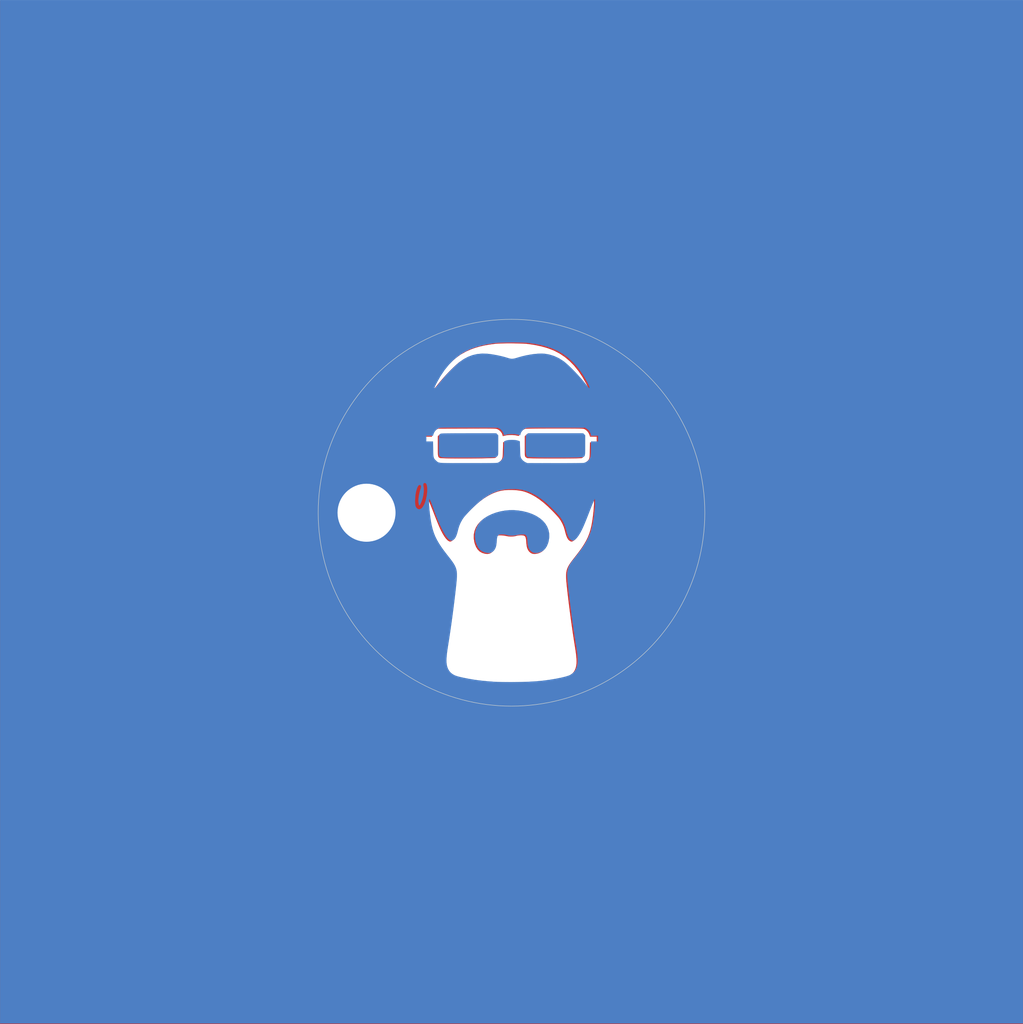
<source format=kicad_pcb>
(kicad_pcb (version 20171130) (host pcbnew 5.1.6-c6e7f7d~87~ubuntu20.04.1)

  (general
    (thickness 1.6)
    (drawings 1)
    (tracks 1)
    (zones 0)
    (modules 4)
    (nets 1)
  )

  (page A4)
  (layers
    (0 F.Cu signal)
    (31 B.Cu signal)
    (32 B.Adhes user)
    (33 F.Adhes user)
    (34 B.Paste user)
    (35 F.Paste user)
    (36 B.SilkS user)
    (37 F.SilkS user)
    (38 B.Mask user)
    (39 F.Mask user)
    (40 Dwgs.User user)
    (41 Cmts.User user)
    (42 Eco1.User user)
    (43 Eco2.User user)
    (44 Edge.Cuts user)
    (45 Margin user)
    (46 B.CrtYd user)
    (47 F.CrtYd user)
    (48 B.Fab user)
    (49 F.Fab user)
  )

  (setup
    (last_trace_width 0.25)
    (trace_clearance 0.2)
    (zone_clearance 0)
    (zone_45_only no)
    (trace_min 0.2)
    (via_size 0.8)
    (via_drill 0.4)
    (via_min_size 0.4)
    (via_min_drill 0.3)
    (uvia_size 0.3)
    (uvia_drill 0.1)
    (uvias_allowed no)
    (uvia_min_size 0.2)
    (uvia_min_drill 0.1)
    (edge_width 0.05)
    (segment_width 0.2)
    (pcb_text_width 0.3)
    (pcb_text_size 1.5 1.5)
    (mod_edge_width 0.12)
    (mod_text_size 1 1)
    (mod_text_width 0.15)
    (pad_size 1.524 1.524)
    (pad_drill 0.762)
    (pad_to_mask_clearance 0.05)
    (aux_axis_origin 0 0)
    (visible_elements FFFFFF7F)
    (pcbplotparams
      (layerselection 0x010c0_ffffffff)
      (usegerberextensions false)
      (usegerberattributes true)
      (usegerberadvancedattributes true)
      (creategerberjobfile false)
      (excludeedgelayer true)
      (linewidth 0.100000)
      (plotframeref false)
      (viasonmask false)
      (mode 1)
      (useauxorigin false)
      (hpglpennumber 1)
      (hpglpenspeed 20)
      (hpglpendiameter 15.000000)
      (psnegative false)
      (psa4output false)
      (plotreference true)
      (plotvalue true)
      (plotinvisibletext false)
      (padsonsilk false)
      (subtractmaskfromsilk false)
      (outputformat 1)
      (mirror false)
      (drillshape 0)
      (scaleselection 1)
      (outputdirectory "gerbers-keys/"))
  )

  (net 0 "")

  (net_class Default "This is the default net class."
    (clearance 0.2)
    (trace_width 0.25)
    (via_dia 0.8)
    (via_drill 0.4)
    (uvia_dia 0.3)
    (uvia_drill 0.1)
  )

  (module big-clive:bcdc-mask-0.2 (layer B.Cu) (tedit 0) (tstamp 5F1BABD6)
    (at 0 -0.1 180)
    (fp_text reference G*** (at 0 0) (layer B.SilkS) hide
      (effects (font (size 1.524 1.524) (thickness 0.3)) (justify mirror))
    )
    (fp_text value LOGO (at 0.75 0) (layer B.SilkS) hide
      (effects (font (size 1.524 1.524) (thickness 0.3)) (justify mirror))
    )
    (fp_poly (pts (xy -0.052916 17.514984) (xy 0.322908 17.514081) (xy 0.638328 17.511405) (xy 0.903479 17.506593)
      (xy 1.128497 17.499281) (xy 1.323519 17.489104) (xy 1.498682 17.475699) (xy 1.664122 17.4587)
      (xy 1.728611 17.450967) (xy 2.459764 17.339111) (xy 3.139792 17.192001) (xy 3.764733 17.010621)
      (xy 4.28625 16.814911) (xy 4.854627 16.536435) (xy 5.393351 16.19396) (xy 5.902382 15.787525)
      (xy 6.381679 15.317172) (xy 6.831202 14.782943) (xy 7.250908 14.184877) (xy 7.640758 13.523017)
      (xy 7.727193 13.35985) (xy 7.846174 13.123787) (xy 7.927057 12.947055) (xy 7.96974 12.829595)
      (xy 7.974123 12.771349) (xy 7.940106 12.772259) (xy 7.867586 12.832266) (xy 7.756465 12.951313)
      (xy 7.606641 13.129342) (xy 7.51834 13.239004) (xy 7.071303 13.783565) (xy 6.641859 14.271235)
      (xy 6.221766 14.710779) (xy 5.802784 15.110961) (xy 5.540455 15.342726) (xy 5.102188 15.679685)
      (xy 4.652638 15.947651) (xy 4.188375 16.147747) (xy 3.705965 16.2811) (xy 3.201979 16.348831)
      (xy 2.672984 16.352067) (xy 2.497603 16.339641) (xy 2.168063 16.301359) (xy 1.799089 16.243156)
      (xy 1.413879 16.169719) (xy 1.035634 16.085739) (xy 0.687556 15.995904) (xy 0.463239 15.928478)
      (xy 0.274199 15.869876) (xy 0.119994 15.832283) (xy -0.01686 15.816149) (xy -0.153842 15.821928)
      (xy -0.308435 15.850071) (xy -0.498118 15.90103) (xy -0.685759 15.95818) (xy -1.112184 16.078701)
      (xy -1.551698 16.180025) (xy -1.991164 16.260336) (xy -2.417446 16.317819) (xy -2.817405 16.350657)
      (xy -3.177905 16.357034) (xy -3.447192 16.339876) (xy -3.964395 16.245993) (xy -4.462279 16.084395)
      (xy -4.939595 15.855569) (xy -5.336042 15.602982) (xy -5.552742 15.434659) (xy -5.802801 15.217623)
      (xy -6.078094 14.960231) (xy -6.370498 14.670843) (xy -6.671888 14.357817) (xy -6.974139 14.029511)
      (xy -7.269128 13.694284) (xy -7.54873 13.360495) (xy -7.703336 13.16743) (xy -7.816855 13.025669)
      (xy -7.916458 12.906286) (xy -7.993535 12.819224) (xy -8.039478 12.774428) (xy -8.046938 12.770555)
      (xy -8.072597 12.800164) (xy -8.078611 12.841816) (xy -8.059331 12.927894) (xy -8.004995 13.062754)
      (xy -7.920859 13.237269) (xy -7.812176 13.442316) (xy -7.684202 13.668769) (xy -7.542191 13.907502)
      (xy -7.3914 14.149392) (xy -7.237083 14.385313) (xy -7.084495 14.60614) (xy -6.981491 14.746897)
      (xy -6.560699 15.258641) (xy -6.111013 15.7122) (xy -5.628525 16.109849) (xy -5.109324 16.453864)
      (xy -4.549504 16.74652) (xy -3.945155 16.990095) (xy -3.292368 17.186862) (xy -2.587236 17.339099)
      (xy -2.504722 17.353495) (xy -2.2493 17.3956) (xy -2.018054 17.429867) (xy -1.799283 17.457066)
      (xy -1.581289 17.477968) (xy -1.352371 17.493343) (xy -1.100829 17.503963) (xy -0.814965 17.510597)
      (xy -0.483076 17.514016) (xy -0.093465 17.514991) (xy -0.052916 17.514984)) (layer B.Mask) (width 0.01))
    (fp_poly (pts (xy 4.973215 8.713583) (xy 5.432878 8.713425) (xy 5.831355 8.713027) (xy 6.17333 8.712277)
      (xy 6.463488 8.711065) (xy 6.706513 8.709281) (xy 6.90709 8.706813) (xy 7.069904 8.703551)
      (xy 7.199639 8.699384) (xy 7.300979 8.694202) (xy 7.37861 8.687894) (xy 7.437216 8.680349)
      (xy 7.481481 8.671456) (xy 7.51609 8.661105) (xy 7.545728 8.649185) (xy 7.565859 8.639927)
      (xy 7.758317 8.513916) (xy 7.921984 8.338216) (xy 8.039586 8.132748) (xy 8.064298 8.065142)
      (xy 8.126774 7.866944) (xy 8.819445 7.866944) (xy 8.819445 7.267222) (xy 8.118739 7.267222)
      (xy 8.107495 6.482291) (xy 8.102384 6.198272) (xy 8.094381 5.974446) (xy 8.08083 5.800449)
      (xy 8.059076 5.665919) (xy 8.026462 5.560493) (xy 7.980335 5.473809) (xy 7.918038 5.395504)
      (xy 7.836915 5.315215) (xy 7.79973 5.281242) (xy 7.752187 5.23695) (xy 7.710776 5.198102)
      (xy 7.670801 5.164345) (xy 7.627569 5.135323) (xy 7.576386 5.110679) (xy 7.512558 5.090058)
      (xy 7.431392 5.073105) (xy 7.328195 5.059465) (xy 7.198271 5.04878) (xy 7.036929 5.040697)
      (xy 6.839473 5.034858) (xy 6.60121 5.03091) (xy 6.317446 5.028495) (xy 5.983488 5.027259)
      (xy 5.594642 5.026845) (xy 5.146214 5.026899) (xy 4.63351 5.027065) (xy 4.445 5.027083)
      (xy 3.921043 5.027107) (xy 3.462936 5.027256) (xy 3.065975 5.027642) (xy 2.725454 5.028379)
      (xy 2.436669 5.029581) (xy 2.194915 5.03136) (xy 1.995486 5.03383) (xy 1.833678 5.037105)
      (xy 1.704786 5.041298) (xy 1.604105 5.046522) (xy 1.52693 5.05289) (xy 1.468555 5.060517)
      (xy 1.424276 5.069515) (xy 1.389388 5.079998) (xy 1.359186 5.092079) (xy 1.337402 5.101968)
      (xy 1.13802 5.227148) (xy 0.967103 5.397485) (xy 0.862074 5.559658) (xy 0.839282 5.61299)
      (xy 0.821544 5.676427) (xy 0.807923 5.760098) (xy 0.797484 5.874133) (xy 0.78929 6.02866)
      (xy 0.782407 6.233809) (xy 0.776111 6.490069) (xy 0.758472 7.282776) (xy 0.582084 7.352665)
      (xy 0.428319 7.393667) (xy 0.227095 7.419281) (xy -0.000192 7.429503) (xy -0.232144 7.424333)
      (xy -0.447365 7.403767) (xy -0.624455 7.367804) (xy -0.670278 7.352783) (xy -0.864305 7.280358)
      (xy -0.883133 6.506498) (xy -0.890864 6.226655) (xy -0.900379 6.006776) (xy -0.914031 5.836268)
      (xy -0.934172 5.704542) (xy -0.963157 5.601008) (xy -1.003337 5.515075) (xy -1.057065 5.436152)
      (xy -1.126694 5.353649) (xy -1.143394 5.335058) (xy -1.253464 5.236422) (xy -1.389203 5.145098)
      (xy -1.455503 5.110676) (xy -1.640416 5.027083) (xy -4.480278 5.021626) (xy -4.925541 5.021151)
      (xy -5.353147 5.02143) (xy -5.757445 5.022416) (xy -6.132784 5.024062) (xy -6.473515 5.026319)
      (xy -6.773987 5.029141) (xy -7.02855 5.03248) (xy -7.231553 5.036287) (xy -7.377348 5.040516)
      (xy -7.460283 5.045118) (xy -7.473711 5.046867) (xy -7.662012 5.108636) (xy -7.84346 5.210006)
      (xy -7.990351 5.334502) (xy -8.023407 5.373727) (xy -8.084848 5.458571) (xy -8.131987 5.538842)
      (xy -8.166703 5.625393) (xy -8.190877 5.729076) (xy -8.206386 5.860746) (xy -8.21511 6.031256)
      (xy -8.218927 6.251459) (xy -8.219722 6.507617) (xy -8.219722 7.267222) (xy -8.960555 7.267222)
      (xy -8.960555 7.866944) (xy -8.22874 7.866944) (xy -8.222231 7.907649) (xy -7.62 7.907649)
      (xy -7.62 6.88973) (xy -7.619711 6.577541) (xy -7.617892 6.328079) (xy -7.61311 6.133518)
      (xy -7.603933 5.986029) (xy -7.588931 5.877784) (xy -7.56667 5.800956) (xy -7.535721 5.747717)
      (xy -7.494651 5.710239) (xy -7.442028 5.680695) (xy -7.394988 5.659415) (xy -7.337127 5.649468)
      (xy -7.216051 5.640741) (xy -7.038352 5.633213) (xy -6.810625 5.62686) (xy -6.539464 5.621659)
      (xy -6.231462 5.617587) (xy -5.893213 5.614621) (xy -5.531311 5.612738) (xy -5.15235 5.611915)
      (xy -4.762924 5.612129) (xy -4.369627 5.613358) (xy -3.979052 5.615577) (xy -3.597793 5.618765)
      (xy -3.232444 5.622897) (xy -2.8896 5.627952) (xy -2.575853 5.633906) (xy -2.297798 5.640736)
      (xy -2.062029 5.648419) (xy -1.875139 5.656932) (xy -1.743722 5.666252) (xy -1.674372 5.676357)
      (xy -1.666865 5.679395) (xy -1.613973 5.718622) (xy -1.572033 5.763834) (xy -1.5399 5.823083)
      (xy -1.516426 5.904422) (xy -1.500466 6.015905) (xy -1.490873 6.165584) (xy -1.4865 6.361513)
      (xy -1.486202 6.611745) (xy -1.488832 6.924333) (xy -1.48889 6.929701) (xy -1.499305 7.897706)
      (xy -1.508836 7.907649) (xy 1.375834 7.907649) (xy 1.375834 6.886638) (xy 1.37604 6.590808)
      (xy 1.37702 6.357249) (xy 1.379316 6.177677) (xy 1.383468 6.043807) (xy 1.390019 5.947355)
      (xy 1.399509 5.880037) (xy 1.41248 5.833569) (xy 1.429474 5.799665) (xy 1.448608 5.773108)
      (xy 1.536466 5.695914) (xy 1.633817 5.648059) (xy 1.691472 5.641577) (xy 1.812916 5.635732)
      (xy 1.991387 5.630526) (xy 2.220122 5.625961) (xy 2.492357 5.622038) (xy 2.801329 5.618758)
      (xy 3.140275 5.616124) (xy 3.502432 5.614136) (xy 3.881037 5.612796) (xy 4.269326 5.612107)
      (xy 4.660538 5.612068) (xy 5.047908 5.612682) (xy 5.424673 5.61395) (xy 5.784071 5.615874)
      (xy 6.119338 5.618455) (xy 6.423711 5.621695) (xy 6.690428 5.625595) (xy 6.912724 5.630157)
      (xy 7.083837 5.635382) (xy 7.197004 5.641272) (xy 7.242599 5.646806) (xy 7.378173 5.716805)
      (xy 7.445314 5.79654) (xy 7.465791 5.834528) (xy 7.481754 5.879143) (xy 7.493761 5.939126)
      (xy 7.50237 6.023221) (xy 7.50814 6.140171) (xy 7.511629 6.298718) (xy 7.513395 6.507606)
      (xy 7.513997 6.775577) (xy 7.514035 6.872666) (xy 7.513601 7.174352) (xy 7.511477 7.413865)
      (xy 7.50657 7.599585) (xy 7.497784 7.739894) (xy 7.484025 7.843172) (xy 7.464199 7.917798)
      (xy 7.437212 7.972154) (xy 7.401969 8.01462) (xy 7.360107 8.051368) (xy 7.34278 8.06242)
      (xy 7.316828 8.072059) (xy 7.277632 8.080383) (xy 7.220572 8.08749) (xy 7.141027 8.093476)
      (xy 7.034378 8.09844) (xy 6.896004 8.102479) (xy 6.721285 8.10569) (xy 6.505601 8.108171)
      (xy 6.244333 8.110019) (xy 5.93286 8.111332) (xy 5.566561 8.112207) (xy 5.140818 8.112741)
      (xy 4.651009 8.113033) (xy 4.433467 8.113104) (xy 1.582073 8.113889) (xy 1.478953 8.010769)
      (xy 1.375834 7.907649) (xy -1.508836 7.907649) (xy -1.602919 8.005797) (xy -1.706533 8.113889)
      (xy -7.413761 8.113889) (xy -7.51688 8.010769) (xy -7.62 7.907649) (xy -8.222231 7.907649)
      (xy -8.206882 8.003634) (xy -8.152276 8.167738) (xy -8.048346 8.33706) (xy -7.91094 8.489785)
      (xy -7.781533 8.589111) (xy -7.607927 8.695972) (xy -4.614432 8.705376) (xy -4.086046 8.707016)
      (xy -3.623534 8.708335) (xy -3.222214 8.709234) (xy -2.877405 8.709616) (xy -2.584425 8.709385)
      (xy -2.338594 8.708442) (xy -2.135228 8.70669) (xy -1.969648 8.704032) (xy -1.837171 8.70037)
      (xy -1.733116 8.695607) (xy -1.652802 8.689645) (xy -1.591547 8.682387) (xy -1.54467 8.673735)
      (xy -1.507489 8.663593) (xy -1.475323 8.651862) (xy -1.445764 8.639423) (xy -1.289633 8.54741)
      (xy -1.145545 8.418147) (xy -1.02667 8.26819) (xy -0.946177 8.114096) (xy -0.917222 7.974886)
      (xy -0.912299 7.944855) (xy -0.887723 7.933329) (xy -0.828786 7.940448) (xy -0.720778 7.966353)
      (xy -0.679097 7.97716) (xy -0.420224 8.023406) (xy -0.122412 8.042012) (xy 0.188529 8.033364)
      (xy 0.486787 7.997848) (xy 0.675405 7.956883) (xy 0.737625 7.9476) (xy 0.775312 7.97371)
      (xy 0.807798 8.05065) (xy 0.813208 8.066894) (xy 0.923587 8.297483) (xy 1.085822 8.489892)
      (xy 1.28931 8.632857) (xy 1.38695 8.676362) (xy 1.442114 8.684093) (xy 1.564235 8.690914)
      (xy 1.753752 8.696829) (xy 2.011103 8.701844) (xy 2.336728 8.705963) (xy 2.731067 8.709193)
      (xy 3.194558 8.711538) (xy 3.727641 8.713004) (xy 4.330755 8.713597) (xy 4.447681 8.713611)
      (xy 4.973215 8.713583)) (layer B.Mask) (width 0.01))
    (fp_poly (pts (xy 9.023469 2.975553) (xy 9.092496 2.931734) (xy 9.12428 2.842215) (xy 9.120045 2.700826)
      (xy 9.100402 2.586983) (xy 9.075893 2.368533) (xy 9.080211 2.10391) (xy 9.112027 1.810722)
      (xy 9.170007 1.50658) (xy 9.187608 1.434145) (xy 9.236754 1.264987) (xy 9.297827 1.090936)
      (xy 9.364287 0.927234) (xy 9.429589 0.789127) (xy 9.487193 0.691857) (xy 9.522303 0.654306)
      (xy 9.554798 0.667103) (xy 9.584393 0.73834) (xy 9.608574 0.855905) (xy 9.624826 1.007684)
      (xy 9.630637 1.176264) (xy 9.61928 1.384572) (xy 9.588142 1.628725) (xy 9.54201 1.8827)
      (xy 9.48567 2.120473) (xy 9.42391 2.316022) (xy 9.418335 2.330444) (xy 9.360884 2.515033)
      (xy 9.353555 2.650096) (xy 9.396348 2.735576) (xy 9.420499 2.75238) (xy 9.513625 2.773819)
      (xy 9.60089 2.733552) (xy 9.683611 2.629628) (xy 9.763102 2.460096) (xy 9.840678 2.223003)
      (xy 9.881847 2.067758) (xy 9.923157 1.859392) (xy 9.953598 1.619975) (xy 9.972506 1.367421)
      (xy 9.979217 1.119641) (xy 9.973065 0.89455) (xy 9.953387 0.710061) (xy 9.935263 0.627856)
      (xy 9.858589 0.446392) (xy 9.754451 0.322773) (xy 9.629123 0.260192) (xy 9.488878 0.261841)
      (xy 9.345009 0.327502) (xy 9.21909 0.44693) (xy 9.099579 0.62602) (xy 8.990008 0.853936)
      (xy 8.893906 1.119843) (xy 8.814805 1.412907) (xy 8.756234 1.722291) (xy 8.721724 2.037161)
      (xy 8.713753 2.264861) (xy 8.725549 2.536104) (xy 8.760987 2.744116) (xy 8.819666 2.887979)
      (xy 8.901187 2.966776) (xy 9.00515 2.97959) (xy 9.023469 2.975553)) (layer B.Mask) (width 0.01))
    (fp_poly (pts (xy 0.105834 2.352795) (xy 0.505342 2.33169) (xy 0.854697 2.291406) (xy 1.17274 2.227525)
      (xy 1.478311 2.135629) (xy 1.790252 2.011299) (xy 2.019598 1.904025) (xy 2.445774 1.670642)
      (xy 2.875373 1.386309) (xy 3.31348 1.047103) (xy 3.765177 0.649096) (xy 4.217276 0.207062)
      (xy 4.389276 0.028608) (xy 4.557185 -0.150566) (xy 4.709918 -0.318264) (xy 4.83639 -0.462288)
      (xy 4.925515 -0.570438) (xy 4.934428 -0.582084) (xy 5.12898 -0.874527) (xy 5.299417 -1.198225)
      (xy 5.433627 -1.527826) (xy 5.50742 -1.781528) (xy 5.589083 -2.108607) (xy 5.670341 -2.372195)
      (xy 5.754633 -2.579252) (xy 5.845398 -2.736739) (xy 5.946074 -2.851614) (xy 6.0601 -2.930838)
      (xy 6.080166 -2.940839) (xy 6.172946 -2.97748) (xy 6.24539 -2.978399) (xy 6.322218 -2.95166)
      (xy 6.478654 -2.853055) (xy 6.645713 -2.68518) (xy 6.823159 -2.448482) (xy 7.010753 -2.143407)
      (xy 7.20826 -1.7704) (xy 7.415442 -1.329906) (xy 7.632062 -0.822373) (xy 7.857884 -0.248244)
      (xy 8.078697 0.352778) (xy 8.155899 0.564809) (xy 8.232864 0.768241) (xy 8.303628 0.947872)
      (xy 8.362227 1.088503) (xy 8.397072 1.164166) (xy 8.451216 1.269075) (xy 8.482926 1.317919)
      (xy 8.501557 1.317626) (xy 8.51646 1.275122) (xy 8.521341 1.256198) (xy 8.535343 1.145269)
      (xy 8.538254 0.975106) (xy 8.53107 0.755987) (xy 8.514782 0.49819) (xy 8.490385 0.211994)
      (xy 8.458872 -0.092323) (xy 8.421236 -0.404482) (xy 8.378471 -0.714205) (xy 8.33157 -1.011213)
      (xy 8.281526 -1.285229) (xy 8.270368 -1.340556) (xy 8.179139 -1.730174) (xy 8.068025 -2.098801)
      (xy 7.932277 -2.45556) (xy 7.767147 -2.809576) (xy 7.567885 -3.169973) (xy 7.329743 -3.545874)
      (xy 7.047971 -3.946405) (xy 6.717821 -4.380689) (xy 6.630274 -4.491691) (xy 6.393148 -4.792878)
      (xy 6.193855 -5.055428) (xy 6.029879 -5.288859) (xy 5.898708 -5.50269) (xy 5.797828 -5.70644)
      (xy 5.724726 -5.90963) (xy 5.676889 -6.121777) (xy 5.651803 -6.352401) (xy 5.646954 -6.611021)
      (xy 5.659831 -6.907157) (xy 5.687918 -7.250328) (xy 5.728704 -7.650052) (xy 5.748422 -7.831667)
      (xy 5.835231 -8.595956) (xy 5.931985 -9.396364) (xy 6.036526 -10.216976) (xy 6.146694 -11.041877)
      (xy 6.26033 -11.855152) (xy 6.375274 -12.640886) (xy 6.489368 -13.383164) (xy 6.566877 -13.864167)
      (xy 6.639932 -14.339245) (xy 6.691665 -14.753473) (xy 6.721669 -15.113384) (xy 6.729537 -15.425511)
      (xy 6.714863 -15.696389) (xy 6.67724 -15.932551) (xy 6.61626 -16.140531) (xy 6.531518 -16.326863)
      (xy 6.422606 -16.498079) (xy 6.401107 -16.526876) (xy 6.274913 -16.656133) (xy 6.101084 -16.785207)
      (xy 5.901235 -16.900384) (xy 5.696978 -16.987952) (xy 5.650497 -17.003096) (xy 5.423764 -17.06481)
      (xy 5.14018 -17.130709) (xy 4.813143 -17.198429) (xy 4.456053 -17.265605) (xy 4.082309 -17.329875)
      (xy 3.705311 -17.388875) (xy 3.338457 -17.440241) (xy 2.995147 -17.481609) (xy 2.8575 -17.495793)
      (xy 2.398471 -17.533894) (xy 1.884821 -17.565368) (xy 1.332198 -17.589934) (xy 0.75625 -17.607314)
      (xy 0.172626 -17.617228) (xy -0.403027 -17.619398) (xy -0.955059 -17.613545) (xy -1.467824 -17.599389)
      (xy -1.869722 -17.580107) (xy -2.697603 -17.518687) (xy -3.480227 -17.436467) (xy -4.21198 -17.334243)
      (xy -4.887243 -17.212813) (xy -5.500399 -17.072971) (xy -5.564061 -17.056434) (xy -5.901744 -16.947898)
      (xy -6.178 -16.814589) (xy -6.398825 -16.652527) (xy -6.570215 -16.457731) (xy -6.642938 -16.340075)
      (xy -6.73089 -16.151969) (xy -6.79578 -15.94856) (xy -6.837809 -15.722497) (xy -6.85718 -15.466425)
      (xy -6.854094 -15.172991) (xy -6.828752 -14.834842) (xy -6.781357 -14.444624) (xy -6.71211 -13.994985)
      (xy -6.707942 -13.97) (xy -6.633239 -13.513503) (xy -6.557498 -13.03139) (xy -6.48141 -12.529235)
      (xy -6.405663 -12.012609) (xy -6.330948 -11.487086) (xy -6.257953 -10.958239) (xy -6.187367 -10.43164)
      (xy -6.11988 -9.912863) (xy -6.056182 -9.407479) (xy -5.996962 -8.921062) (xy -5.942909 -8.459184)
      (xy -5.894712 -8.027418) (xy -5.853061 -7.631338) (xy -5.818645 -7.276515) (xy -5.792153 -6.968523)
      (xy -5.774276 -6.712935) (xy -5.765701 -6.515322) (xy -5.76712 -6.381259) (xy -5.76791 -6.370698)
      (xy -5.826512 -5.994111) (xy -5.939094 -5.650771) (xy -6.111233 -5.327396) (xy -6.329863 -5.032696)
      (xy -6.517228 -4.804221) (xy -6.721639 -4.545349) (xy -6.930754 -4.272441) (xy -7.132235 -4.001857)
      (xy -7.313743 -3.74996) (xy -7.462937 -3.533111) (xy -7.478137 -3.510139) (xy -7.758826 -3.05299)
      (xy -7.985885 -2.611674) (xy -8.167334 -2.167704) (xy -8.31119 -1.702595) (xy -8.37439 -1.443615)
      (xy -8.428005 -1.179471) (xy -8.478893 -0.881721) (xy -8.525756 -0.562756) (xy -8.567295 -0.234965)
      (xy -8.602212 0.08926) (xy -8.629208 0.397531) (xy -8.646986 0.677457) (xy -8.654247 0.916649)
      (xy -8.649692 1.102715) (xy -8.645805 1.146528) (xy -8.622441 1.358194) (xy -8.505185 1.11125)
      (xy -8.461384 1.012712) (xy -8.397108 0.859591) (xy -8.316948 0.663256) (xy -8.2255 0.435074)
      (xy -8.127357 0.186415) (xy -8.027112 -0.071354) (xy -8.023097 -0.081762) (xy -7.916014 -0.356794)
      (xy -7.804442 -0.638652) (xy -7.694451 -0.912335) (xy -7.592108 -1.162847) (xy -7.503481 -1.375189)
      (xy -7.443174 -1.515125) (xy -7.268166 -1.887582) (xy -7.093602 -2.212547) (xy -6.922462 -2.485624)
      (xy -6.757726 -2.702418) (xy -6.602373 -2.858533) (xy -6.475724 -2.942262) (xy -6.384068 -2.978139)
      (xy -6.311617 -2.977861) (xy -6.236671 -2.951066) (xy -6.096202 -2.865764) (xy -5.974406 -2.735031)
      (xy -5.9282 -2.655934) (xy -3.903009 -2.655934) (xy -3.843984 -3.031686) (xy -3.735655 -3.381317)
      (xy -3.592146 -3.670524) (xy -3.412156 -3.900771) (xy -3.19438 -4.073523) (xy -2.937517 -4.190247)
      (xy -2.77743 -4.231426) (xy -2.534551 -4.261364) (xy -2.333517 -4.245062) (xy -2.202892 -4.202073)
      (xy -2.051617 -4.103034) (xy -1.909047 -3.95619) (xy -1.794217 -3.783532) (xy -1.745454 -3.673595)
      (xy -1.7199 -3.571891) (xy -1.69467 -3.421283) (xy -1.672925 -3.243366) (xy -1.659544 -3.086806)
      (xy -1.642353 -2.867867) (xy -1.622065 -2.706668) (xy -1.594932 -2.590393) (xy -1.557208 -2.50623)
      (xy -1.505144 -2.441364) (xy -1.459054 -2.40128) (xy -1.404732 -2.36422) (xy -1.345722 -2.342588)
      (xy -1.263709 -2.333634) (xy -1.140377 -2.334609) (xy -1.041906 -2.338679) (xy -0.862589 -2.3532)
      (xy -0.6766 -2.37821) (xy -0.519025 -2.408808) (xy -0.493889 -2.4152) (xy -0.295581 -2.449776)
      (xy -0.063152 -2.461446) (xy 0.176052 -2.451055) (xy 0.394689 -2.419447) (xy 0.524783 -2.383752)
      (xy 0.65938 -2.351688) (xy 0.837306 -2.332428) (xy 0.969817 -2.328334) (xy 1.144304 -2.33485)
      (xy 1.276509 -2.360149) (xy 1.37298 -2.412854) (xy 1.440267 -2.501587) (xy 1.484918 -2.634974)
      (xy 1.513484 -2.821636) (xy 1.532454 -3.069167) (xy 1.557042 -3.343473) (xy 1.597984 -3.563919)
      (xy 1.659671 -3.746178) (xy 1.746493 -3.905923) (xy 1.780656 -3.955335) (xy 1.929243 -4.115862)
      (xy 2.102021 -4.216745) (xy 2.305788 -4.260116) (xy 2.547341 -4.248107) (xy 2.652917 -4.228946)
      (xy 2.940241 -4.135136) (xy 3.189046 -3.986214) (xy 3.392811 -3.787174) (xy 3.543175 -3.546925)
      (xy 3.685004 -3.171798) (xy 3.763604 -2.785856) (xy 3.778878 -2.398566) (xy 3.730729 -2.019397)
      (xy 3.61906 -1.657816) (xy 3.563687 -1.534584) (xy 3.374136 -1.225302) (xy 3.124177 -0.940861)
      (xy 2.820256 -0.68355) (xy 2.46882 -0.45566) (xy 2.076316 -0.259482) (xy 1.649191 -0.097307)
      (xy 1.193893 0.028574) (xy 0.716867 0.115871) (xy 0.224561 0.162293) (xy -0.276578 0.165548)
      (xy -0.780104 0.123347) (xy -1.005416 0.088975) (xy -1.464959 -0.012102) (xy -1.910369 -0.150144)
      (xy -2.326675 -0.319333) (xy -2.698903 -0.513851) (xy -2.910051 -0.651064) (xy -3.229674 -0.91805)
      (xy -3.490173 -1.218343) (xy -3.689651 -1.547109) (xy -3.826213 -1.899518) (xy -3.897965 -2.270737)
      (xy -3.903009 -2.655934) (xy -5.9282 -2.655934) (xy -5.868111 -2.553075) (xy -5.774146 -2.314103)
      (xy -5.689339 -2.012322) (xy -5.664681 -1.906315) (xy -5.548889 -1.508464) (xy -5.384185 -1.116057)
      (xy -5.181572 -0.753118) (xy -5.050157 -0.564445) (xy -4.972599 -0.470065) (xy -4.855345 -0.337203)
      (xy -4.708743 -0.17711) (xy -4.543142 -0.001037) (xy -4.368892 0.179763) (xy -4.316475 0.233245)
      (xy -3.893922 0.646426) (xy -3.493868 1.002948) (xy -3.107619 1.309434) (xy -2.72648 1.57251)
      (xy -2.341756 1.798801) (xy -2.099028 1.922849) (xy -1.733487 2.083962) (xy -1.380189 2.204663)
      (xy -1.022593 2.288175) (xy -0.644157 2.337726) (xy -0.228341 2.35654) (xy 0.105834 2.352795)) (layer B.Mask) (width 0.01))
  )

  (module big-clive:bcdc-copper-invert-0.2 (layer B.Cu) (tedit 0) (tstamp 5F1BABC7)
    (at 0 -0.1 180)
    (fp_text reference G*** (at 0 0) (layer B.SilkS) hide
      (effects (font (size 1.524 1.524) (thickness 0.3)) (justify mirror))
    )
    (fp_text value LOGO (at 0.75 0) (layer B.SilkS) hide
      (effects (font (size 1.524 1.524) (thickness 0.3)) (justify mirror))
    )
    (fp_poly (pts (xy 4.433467 8.113104) (xy 4.950523 8.112883) (xy 5.401643 8.112459) (xy 5.791448 8.111733)
      (xy 6.124558 8.11061) (xy 6.405593 8.10899) (xy 6.639172 8.106777) (xy 6.829917 8.103873)
      (xy 6.982447 8.100181) (xy 7.101382 8.095603) (xy 7.191342 8.090042) (xy 7.256947 8.083401)
      (xy 7.302818 8.075581) (xy 7.333574 8.066486) (xy 7.353836 8.056018) (xy 7.360107 8.051368)
      (xy 7.404155 8.012437) (xy 7.438912 7.969532) (xy 7.465474 7.914273) (xy 7.484936 7.838279)
      (xy 7.49839 7.73317) (xy 7.506933 7.590566) (xy 7.511658 7.402085) (xy 7.513659 7.159349)
      (xy 7.514035 6.872666) (xy 7.513682 6.58447) (xy 7.512339 6.358084) (xy 7.509447 6.184768)
      (xy 7.504449 6.055777) (xy 7.496786 5.962368) (xy 7.485899 5.895799) (xy 7.471231 5.847328)
      (xy 7.452222 5.80821) (xy 7.445314 5.79654) (xy 7.341692 5.689859) (xy 7.242599 5.646806)
      (xy 7.184043 5.640349) (xy 7.061789 5.634559) (xy 6.882599 5.629433) (xy 6.653236 5.62497)
      (xy 6.380463 5.621169) (xy 6.071045 5.618027) (xy 5.731742 5.615545) (xy 5.36932 5.613719)
      (xy 4.99054 5.612549) (xy 4.602167 5.612032) (xy 4.210962 5.612168) (xy 3.82369 5.612955)
      (xy 3.447112 5.614392) (xy 3.087994 5.616476) (xy 2.753096 5.619207) (xy 2.449183 5.622583)
      (xy 2.183018 5.626602) (xy 1.961364 5.631263) (xy 1.790983 5.636565) (xy 1.67864 5.642505)
      (xy 1.633817 5.648059) (xy 1.529619 5.700537) (xy 1.448608 5.773108) (xy 1.427541 5.802787)
      (xy 1.410983 5.837592) (xy 1.398391 5.885807) (xy 1.389226 5.955716) (xy 1.382944 6.055604)
      (xy 1.379006 6.193754) (xy 1.376869 6.378452) (xy 1.375993 6.617981) (xy 1.375834 6.886638)
      (xy 1.375834 7.907649) (xy 1.478953 8.010769) (xy 1.582073 8.113889) (xy 4.433467 8.113104)) (layer B.Cu) (width 0.01))
    (fp_poly (pts (xy -1.602919 8.005797) (xy -1.499305 7.897706) (xy -1.48889 6.929701) (xy -1.486224 6.616085)
      (xy -1.486468 6.36495) (xy -1.490768 6.168242) (xy -1.500272 6.017909) (xy -1.516125 5.905896)
      (xy -1.539474 5.824152) (xy -1.571465 5.764623) (xy -1.613244 5.719255) (xy -1.665957 5.679997)
      (xy -1.666865 5.679395) (xy -1.717202 5.66907) (xy -1.831498 5.659523) (xy -2.003157 5.650776)
      (xy -2.225586 5.642852) (xy -2.492191 5.635776) (xy -2.796379 5.629568) (xy -3.131555 5.624253)
      (xy -3.491126 5.619854) (xy -3.868497 5.616393) (xy -4.257075 5.613894) (xy -4.650266 5.612379)
      (xy -5.041477 5.611871) (xy -5.424112 5.612394) (xy -5.791579 5.613971) (xy -6.137284 5.616624)
      (xy -6.454633 5.620377) (xy -6.737031 5.625252) (xy -6.977886 5.631272) (xy -7.170602 5.638461)
      (xy -7.308588 5.646842) (xy -7.385247 5.656437) (xy -7.394988 5.659415) (xy -7.457046 5.688124)
      (xy -7.506496 5.718994) (xy -7.54477 5.759853) (xy -7.573299 5.818529) (xy -7.593515 5.902849)
      (xy -7.606849 6.020642) (xy -7.614733 6.179735) (xy -7.618598 6.387955) (xy -7.619877 6.653132)
      (xy -7.62 6.88973) (xy -7.62 7.907649) (xy -7.51688 8.010769) (xy -7.413761 8.113889)
      (xy -1.706533 8.113889) (xy -1.602919 8.005797)) (layer B.Cu) (width 0.01))
    (fp_poly (pts (xy 0.213583 0.16423) (xy 0.692848 0.119346) (xy 1.164348 0.033258) (xy 1.619219 -0.090858)
      (xy 2.048595 -0.249827) (xy 2.443611 -0.440472) (xy 2.795404 -0.659617) (xy 3.095107 -0.904088)
      (xy 3.283933 -1.106517) (xy 3.505262 -1.432254) (xy 3.663652 -1.784329) (xy 3.757474 -2.155103)
      (xy 3.7851 -2.536939) (xy 3.744902 -2.922198) (xy 3.706204 -3.087573) (xy 3.59395 -3.421004)
      (xy 3.455188 -3.69216) (xy 3.285574 -3.905749) (xy 3.080761 -4.06648) (xy 2.836405 -4.179061)
      (xy 2.652917 -4.228946) (xy 2.394837 -4.26191) (xy 2.177187 -4.240323) (xy 1.993169 -4.162054)
      (xy 1.835984 -4.024969) (xy 1.780656 -3.955335) (xy 1.684772 -3.799515) (xy 1.615441 -3.626247)
      (xy 1.568274 -3.419857) (xy 1.53888 -3.164674) (xy 1.532454 -3.069167) (xy 1.513401 -2.820847)
      (xy 1.484789 -2.634395) (xy 1.440066 -2.501188) (xy 1.372685 -2.412601) (xy 1.276095 -2.360012)
      (xy 1.143748 -2.334797) (xy 0.969817 -2.328334) (xy 0.777593 -2.336967) (xy 0.610573 -2.360662)
      (xy 0.524783 -2.383752) (xy 0.338148 -2.430211) (xy 0.111125 -2.456066) (xy -0.128942 -2.460471)
      (xy -0.354709 -2.442582) (xy -0.493889 -2.4152) (xy -0.641517 -2.384069) (xy -0.824612 -2.357542)
      (xy -1.008087 -2.340519) (xy -1.041906 -2.338679) (xy -1.197852 -2.333174) (xy -1.301779 -2.335993)
      (xy -1.372002 -2.349885) (xy -1.426839 -2.377598) (xy -1.459054 -2.40128) (xy -1.523158 -2.46031)
      (xy -1.570344 -2.529823) (xy -1.604361 -2.622632) (xy -1.628955 -2.751551) (xy -1.647874 -2.929395)
      (xy -1.659544 -3.086806) (xy -1.68346 -3.349999) (xy -1.718465 -3.557423) (xy -1.768926 -3.723543)
      (xy -1.839213 -3.862825) (xy -1.931404 -3.987068) (xy -2.090967 -4.136039) (xy -2.269241 -4.22625)
      (xy -2.47601 -4.260526) (xy -2.721053 -4.241694) (xy -2.77743 -4.231426) (xy -3.056574 -4.145199)
      (xy -3.295906 -4.003758) (xy -3.496729 -3.805636) (xy -3.660347 -3.549369) (xy -3.788061 -3.233491)
      (xy -3.843984 -3.031686) (xy -3.905995 -2.635497) (xy -3.8987 -2.251743) (xy -3.821918 -1.878707)
      (xy -3.683826 -1.531436) (xy -3.490209 -1.217236) (xy -3.234972 -0.928384) (xy -2.923272 -0.667438)
      (xy -2.560263 -0.436953) (xy -2.151099 -0.239489) (xy -1.700936 -0.0776) (xy -1.214927 0.046155)
      (xy -0.698228 0.129219) (xy -0.264583 0.164734) (xy 0.213583 0.16423)) (layer B.Cu) (width 0.01))
    (fp_poly (pts (xy 52.916667 -52.916667) (xy -52.916666 -52.916667) (xy -52.916666 0.978911) (xy -8.654177 0.978911)
      (xy -8.650342 0.754433) (xy -8.635599 0.485484) (xy -8.611245 0.184455) (xy -8.57858 -0.136265)
      (xy -8.538901 -0.464285) (xy -8.493506 -0.787216) (xy -8.443695 -1.092667) (xy -8.390766 -1.368249)
      (xy -8.37439 -1.443615) (xy -8.247068 -1.927232) (xy -8.086363 -2.379999) (xy -7.884258 -2.820404)
      (xy -7.632736 -3.266932) (xy -7.478137 -3.510139) (xy -7.333667 -3.721664) (xy -7.155397 -3.970206)
      (xy -6.955668 -4.239406) (xy -6.746819 -4.512901) (xy -6.541188 -4.77433) (xy -6.351116 -5.007332)
      (xy -6.329863 -5.032696) (xy -6.097279 -5.34942) (xy -5.929444 -5.673749) (xy -5.820779 -6.018964)
      (xy -5.76791 -6.370698) (xy -5.765358 -6.49748) (xy -5.772874 -6.688419) (xy -5.789768 -6.937944)
      (xy -5.815352 -7.240481) (xy -5.848935 -7.590458) (xy -5.889829 -7.982301) (xy -5.937345 -8.410438)
      (xy -5.990792 -8.869297) (xy -6.049481 -9.353304) (xy -6.112723 -9.856886) (xy -6.179829 -10.374472)
      (xy -6.25011 -10.900487) (xy -6.322875 -11.42936) (xy -6.397436 -11.955517) (xy -6.473104 -12.473386)
      (xy -6.549188 -12.977394) (xy -6.625 -13.461968) (xy -6.69985 -13.921535) (xy -6.707942 -13.97)
      (xy -6.778313 -14.42291) (xy -6.826842 -14.816017) (xy -6.853328 -15.156677) (xy -6.857569 -15.452241)
      (xy -6.839364 -15.710063) (xy -6.79851 -15.937497) (xy -6.734806 -16.141896) (xy -6.648051 -16.330613)
      (xy -6.642938 -16.340075) (xy -6.493709 -16.550091) (xy -6.2932 -16.73741) (xy -6.069952 -16.879315)
      (xy -5.902472 -16.949354) (xy -5.673235 -17.022793) (xy -5.390855 -17.097916) (xy -5.063943 -17.173008)
      (xy -4.701112 -17.246354) (xy -4.310977 -17.316236) (xy -3.902148 -17.380939) (xy -3.48324 -17.438748)
      (xy -3.062866 -17.487946) (xy -2.963333 -17.498219) (xy -2.570169 -17.531858) (xy -2.120386 -17.560275)
      (xy -1.627743 -17.583266) (xy -1.105997 -17.600631) (xy -0.568907 -17.612167) (xy -0.03023 -17.617672)
      (xy 0.496275 -17.616943) (xy 0.996851 -17.609778) (xy 1.457738 -17.595976) (xy 1.86518 -17.575334)
      (xy 1.940278 -17.57028) (xy 2.492039 -17.527532) (xy 2.990307 -17.480289) (xy 3.452105 -17.426338)
      (xy 3.89446 -17.363467) (xy 4.334395 -17.289465) (xy 4.788936 -17.20212) (xy 4.815417 -17.196738)
      (xy 5.126327 -17.131473) (xy 5.377917 -17.07369) (xy 5.580594 -17.020096) (xy 5.744766 -16.967393)
      (xy 5.88084 -16.912288) (xy 5.999222 -16.851483) (xy 6.096292 -16.791135) (xy 6.289041 -16.64202)
      (xy 6.43538 -16.476014) (xy 6.555816 -16.26881) (xy 6.579437 -16.218446) (xy 6.646864 -16.041626)
      (xy 6.694799 -15.846035) (xy 6.723207 -15.624729) (xy 6.732049 -15.370765) (xy 6.72129 -15.0772)
      (xy 6.690892 -14.73709) (xy 6.640818 -14.343492) (xy 6.57103 -13.889463) (xy 6.566877 -13.864167)
      (xy 6.454642 -13.161385) (xy 6.340059 -12.404106) (xy 6.225286 -11.608246) (xy 6.112483 -10.78972)
      (xy 6.003809 -9.964442) (xy 5.901424 -9.148327) (xy 5.807486 -8.357291) (xy 5.748422 -7.831667)
      (xy 5.703176 -7.406122) (xy 5.669601 -7.041016) (xy 5.650212 -6.726831) (xy 5.647522 -6.454047)
      (xy 5.664043 -6.213145) (xy 5.70229 -5.994605) (xy 5.764776 -5.788909) (xy 5.854013 -5.586537)
      (xy 5.972516 -5.377971) (xy 6.122797 -5.15369) (xy 6.307371 -4.904177) (xy 6.52875 -4.619911)
      (xy 6.630274 -4.491691) (xy 6.972823 -4.047884) (xy 7.265847 -3.640035) (xy 7.514095 -3.259019)
      (xy 7.722315 -2.895713) (xy 7.895256 -2.540991) (xy 8.037667 -2.185731) (xy 8.154297 -1.820807)
      (xy 8.249895 -1.437096) (xy 8.270368 -1.340556) (xy 8.320962 -1.072876) (xy 8.368628 -0.779976)
      (xy 8.412373 -0.472135) (xy 8.451205 -0.159632) (xy 8.484128 0.147256) (xy 8.510151 0.43825)
      (xy 8.52828 0.703071) (xy 8.537521 0.93144) (xy 8.53688 1.113081) (xy 8.525365 1.237713)
      (xy 8.521341 1.256198) (xy 8.505785 1.309488) (xy 8.489174 1.322546) (xy 8.462154 1.288445)
      (xy 8.415373 1.200259) (xy 8.397072 1.164166) (xy 8.352933 1.066957) (xy 8.291728 0.918257)
      (xy 8.219421 0.733268) (xy 8.141977 0.527189) (xy 8.078697 0.352778) (xy 7.927798 -0.064609)
      (xy 7.791612 -0.427803) (xy 7.664643 -0.75021) (xy 7.541399 -1.045239) (xy 7.416385 -1.326295)
      (xy 7.284109 -1.606786) (xy 7.23184 -1.713893) (xy 7.04342 -2.07842) (xy 6.868782 -2.377109)
      (xy 6.705795 -2.612859) (xy 6.552327 -2.78857) (xy 6.406249 -2.907141) (xy 6.322218 -2.95166)
      (xy 6.235493 -2.980276) (xy 6.162616 -2.974698) (xy 6.080166 -2.940839) (xy 5.963641 -2.866761)
      (xy 5.861025 -2.758165) (xy 5.768881 -2.608092) (xy 5.683769 -2.409581) (xy 5.602251 -2.155672)
      (xy 5.520889 -1.839406) (xy 5.50742 -1.781528) (xy 5.4114 -1.465715) (xy 5.269349 -1.135284)
      (xy 5.09338 -0.815588) (xy 4.934428 -0.582084) (xy 4.85145 -0.479962) (xy 4.729565 -0.340251)
      (xy 4.579859 -0.175148) (xy 4.413415 0.003149) (xy 4.241321 0.182441) (xy 4.217276 0.207062)
      (xy 3.747705 0.66534) (xy 3.296616 1.061042) (xy 2.858926 1.398091) (xy 2.42955 1.680416)
      (xy 2.019598 1.904025) (xy 1.692232 2.053369) (xy 1.384265 2.167225) (xy 1.076857 2.250009)
      (xy 0.751166 2.306141) (xy 0.66963 2.313759) (xy 8.714823 2.313759) (xy 8.72217 2.058833)
      (xy 8.749312 1.785129) (xy 8.766372 1.66964) (xy 8.834639 1.329593) (xy 8.92121 1.02881)
      (xy 9.023098 0.771256) (xy 9.137318 0.560894) (xy 9.260885 0.401689) (xy 9.390813 0.297603)
      (xy 9.524117 0.252602) (xy 9.657811 0.270648) (xy 9.76914 0.338192) (xy 9.855159 0.432905)
      (xy 9.917014 0.556922) (xy 9.956618 0.71931) (xy 9.975886 0.929138) (xy 9.976734 1.195474)
      (xy 9.973025 1.3039) (xy 9.937384 1.73911) (xy 9.868142 2.119844) (xy 9.76361 2.454551)
      (xy 9.724192 2.549345) (xy 9.646316 2.690478) (xy 9.565081 2.764244) (xy 9.475738 2.773818)
      (xy 9.420499 2.75238) (xy 9.361744 2.682703) (xy 9.353111 2.563425) (xy 9.394599 2.394603)
      (xy 9.418335 2.330444) (xy 9.480345 2.139894) (xy 9.537358 1.904812) (xy 9.584588 1.651222)
      (xy 9.617249 1.405147) (xy 9.630552 1.192611) (xy 9.630637 1.176264) (xy 9.624486 1.002861)
      (xy 9.607966 0.851913) (xy 9.58359 0.735534) (xy 9.553875 0.665837) (xy 9.522303 0.654306)
      (xy 9.475135 0.709559) (xy 9.41521 0.817435) (xy 9.349071 0.962688) (xy 9.28326 1.130075)
      (xy 9.224319 1.304353) (xy 9.187608 1.434145) (xy 9.123566 1.738298) (xy 9.08537 2.035709)
      (xy 9.074352 2.308768) (xy 9.091845 2.539866) (xy 9.100402 2.586983) (xy 9.120486 2.713174)
      (xy 9.127356 2.822384) (xy 9.122792 2.873809) (xy 9.073136 2.948575) (xy 8.987371 2.978868)
      (xy 8.888919 2.958085) (xy 8.867531 2.945773) (xy 8.803624 2.865915) (xy 8.756343 2.727295)
      (xy 8.726478 2.539911) (xy 8.714823 2.313759) (xy 0.66963 2.313759) (xy 0.388352 2.340039)
      (xy 0.105834 2.352795) (xy -0.34742 2.354244) (xy -0.751302 2.327295) (xy -1.122354 2.268722)
      (xy -1.477118 2.1753) (xy -1.832135 2.043802) (xy -2.099028 1.922849) (xy -2.490293 1.715934)
      (xy -2.872615 1.476318) (xy -3.254686 1.197376) (xy -3.645202 0.872482) (xy -4.052857 0.495011)
      (xy -4.316475 0.233245) (xy -4.491302 0.053221) (xy -4.660585 -0.125452) (xy -4.813973 -0.29152)
      (xy -4.941119 -0.433734) (xy -5.031673 -0.54084) (xy -5.050157 -0.564445) (xy -5.269814 -0.899078)
      (xy -5.457983 -1.277203) (xy -5.603663 -1.674794) (xy -5.664681 -1.906315) (xy -5.747315 -2.228514)
      (xy -5.838135 -2.486129) (xy -5.940312 -2.684952) (xy -6.057019 -2.830776) (xy -6.191425 -2.929392)
      (xy -6.236671 -2.951066) (xy -6.324045 -2.980349) (xy -6.396883 -2.97472) (xy -6.475724 -2.942262)
      (xy -6.620347 -2.843214) (xy -6.776977 -2.679616) (xy -6.942635 -2.455865) (xy -7.114341 -2.176355)
      (xy -7.289115 -1.845484) (xy -7.443174 -1.515125) (xy -7.515266 -1.3473) (xy -7.606261 -1.128486)
      (xy -7.710091 -0.873678) (xy -7.820688 -0.597877) (xy -7.931985 -0.31608) (xy -8.023097 -0.081762)
      (xy -8.12333 0.176136) (xy -8.221647 0.425382) (xy -8.313454 0.654607) (xy -8.394156 0.852445)
      (xy -8.459161 1.007525) (xy -8.503875 1.10848) (xy -8.505185 1.11125) (xy -8.622441 1.358194)
      (xy -8.645805 1.146528) (xy -8.654177 0.978911) (xy -52.916666 0.978911) (xy -52.916666 7.866944)
      (xy -8.960555 7.866944) (xy -8.960555 7.267222) (xy -8.219722 7.267222) (xy -8.219722 6.507617)
      (xy -8.218761 6.232037) (xy -8.214624 6.016147) (xy -8.205434 5.849094) (xy -8.18931 5.720025)
      (xy -8.164373 5.618087) (xy -8.128745 5.532426) (xy -8.080547 5.452188) (xy -8.023407 5.373727)
      (xy -7.892211 5.245517) (xy -7.718184 5.135514) (xy -7.529029 5.060191) (xy -7.473711 5.046867)
      (xy -7.414921 5.042141) (xy -7.291226 5.037771) (xy -7.108277 5.033806) (xy -6.871724 5.030292)
      (xy -6.587216 5.027278) (xy -6.260405 5.024811) (xy -5.89694 5.022938) (xy -5.502471 5.021708)
      (xy -5.082649 5.021167) (xy -4.643125 5.021364) (xy -4.480278 5.021626) (xy -1.640416 5.027083)
      (xy -1.455503 5.110676) (xy -1.32262 5.186704) (xy -1.194205 5.285286) (xy -1.143394 5.335058)
      (xy -1.070161 5.419636) (xy -1.013319 5.498431) (xy -0.970515 5.582033) (xy -0.939395 5.681034)
      (xy -0.917608 5.806023) (xy -0.9028 5.967591) (xy -0.892618 6.176328) (xy -0.88471 6.442824)
      (xy -0.883133 6.506498) (xy -0.864305 7.280358) (xy -0.670278 7.352783) (xy -0.510207 7.393756)
      (xy -0.305044 7.419331) (xy -0.076188 7.42951) (xy 0.154966 7.424296) (xy 0.367018 7.40369)
      (xy 0.538573 7.367695) (xy 0.582084 7.352665) (xy 0.758472 7.282776) (xy 0.776111 6.490069)
      (xy 0.782618 6.226289) (xy 0.78953 6.022933) (xy 0.797781 5.869872) (xy 0.808308 5.756976)
      (xy 0.822047 5.674117) (xy 0.839934 5.611164) (xy 0.862074 5.559658) (xy 0.991413 5.368315)
      (xy 1.168373 5.203684) (xy 1.337402 5.101968) (xy 1.367154 5.08865) (xy 1.398159 5.077012)
      (xy 1.435121 5.066942) (xy 1.482745 5.058325) (xy 1.545737 5.05105) (xy 1.628801 5.045002)
      (xy 1.736643 5.040068) (xy 1.873966 5.036134) (xy 2.045478 5.033088) (xy 2.255881 5.030816)
      (xy 2.509882 5.029204) (xy 2.812185 5.028139) (xy 3.167496 5.027508) (xy 3.580518 5.027197)
      (xy 4.055958 5.027093) (xy 4.445 5.027083) (xy 4.980473 5.02696) (xy 5.450085 5.026829)
      (xy 5.858529 5.027045) (xy 6.210501 5.027963) (xy 6.510692 5.02994) (xy 6.763798 5.033331)
      (xy 6.974512 5.038491) (xy 7.147527 5.045777) (xy 7.287537 5.055543) (xy 7.399236 5.068146)
      (xy 7.487318 5.08394) (xy 7.556476 5.103282) (xy 7.611405 5.126527) (xy 7.656797 5.154031)
      (xy 7.697348 5.18615) (xy 7.737749 5.223238) (xy 7.782696 5.265652) (xy 7.79973 5.281242)
      (xy 7.888886 5.365099) (xy 7.958186 5.442944) (xy 8.010283 5.52514) (xy 8.047834 5.622049)
      (xy 8.073494 5.744035) (xy 8.089919 5.901459) (xy 8.099763 6.104684) (xy 8.105682 6.364074)
      (xy 8.107495 6.482291) (xy 8.118739 7.267222) (xy 8.819445 7.267222) (xy 8.819445 7.866944)
      (xy 8.126774 7.866944) (xy 8.064298 8.065142) (xy 7.964757 8.275855) (xy 7.813718 8.463066)
      (xy 7.628453 8.606854) (xy 7.565859 8.639927) (xy 7.536917 8.653001) (xy 7.506257 8.66443)
      (xy 7.469194 8.674323) (xy 7.421043 8.682793) (xy 7.357121 8.689948) (xy 7.272741 8.6959)
      (xy 7.163221 8.70076) (xy 7.023874 8.704639) (xy 6.850017 8.707646) (xy 6.636964 8.709893)
      (xy 6.380033 8.711491) (xy 6.074537 8.71255) (xy 5.715792 8.71318) (xy 5.299113 8.713494)
      (xy 4.819817 8.7136) (xy 4.447681 8.713611) (xy 3.831818 8.713176) (xy 3.286066 8.711869)
      (xy 2.809985 8.709684) (xy 2.403137 8.706615) (xy 2.065081 8.702657) (xy 1.79538 8.697805)
      (xy 1.593592 8.692054) (xy 1.45928 8.685398) (xy 1.392004 8.677832) (xy 1.38695 8.676362)
      (xy 1.168971 8.558146) (xy 0.98768 8.385638) (xy 0.853681 8.170102) (xy 0.813208 8.066894)
      (xy 0.779874 7.981328) (xy 0.744136 7.948822) (xy 0.686659 7.953942) (xy 0.675405 7.956883)
      (xy 0.401593 8.011104) (xy 0.096907 8.038729) (xy -0.212844 8.039373) (xy -0.501847 8.012648)
      (xy -0.679097 7.97716) (xy -0.80373 7.945892) (xy -0.875113 7.933449) (xy -0.907955 7.939692)
      (xy -0.916966 7.964479) (xy -0.917222 7.974886) (xy -0.947262 8.116947) (xy -1.028604 8.271116)
      (xy -1.148078 8.420835) (xy -1.292515 8.549548) (xy -1.445764 8.639423) (xy -1.47747 8.652721)
      (xy -1.509831 8.664339) (xy -1.547528 8.674376) (xy -1.595244 8.682929) (xy -1.657659 8.690095)
      (xy -1.739455 8.695971) (xy -1.845313 8.700656) (xy -1.979916 8.704246) (xy -2.147943 8.706838)
      (xy -2.354077 8.708532) (xy -2.603 8.709422) (xy -2.899392 8.709609) (xy -3.247935 8.709187)
      (xy -3.653311 8.708256) (xy -4.120201 8.706913) (xy -4.614432 8.705376) (xy -7.607927 8.695972)
      (xy -7.781533 8.589111) (xy -7.934789 8.467101) (xy -8.067852 8.310211) (xy -8.164875 8.140254)
      (xy -8.206882 8.003634) (xy -8.22874 7.866944) (xy -8.960555 7.866944) (xy -52.916666 7.866944)
      (xy -52.916666 12.799703) (xy -8.074168 12.799703) (xy -8.047924 12.770569) (xy -8.046938 12.770555)
      (xy -8.014939 12.796874) (xy -7.948567 12.869199) (xy -7.856429 12.977588) (xy -7.747136 13.112095)
      (xy -7.703336 13.16743) (xy -7.436637 13.496445) (xy -7.149753 13.831833) (xy -6.850809 14.165237)
      (xy -6.547928 14.488298) (xy -6.249235 14.792657) (xy -5.962854 15.069955) (xy -5.69691 15.311835)
      (xy -5.459526 15.509938) (xy -5.336042 15.602982) (xy -4.877578 15.889735) (xy -4.397465 16.109681)
      (xy -3.896949 16.262335) (xy -3.447192 16.339876) (xy -3.131301 16.357792) (xy -2.764616 16.347679)
      (xy -2.360271 16.311356) (xy -1.931405 16.250636) (xy -1.491155 16.167337) (xy -1.052658 16.063274)
      (xy -0.685759 15.95818) (xy -0.455665 15.888743) (xy -0.274571 15.842482) (xy -0.124998 15.818945)
      (xy 0.010538 15.817679) (xy 0.149515 15.838233) (xy 0.309417 15.880155) (xy 0.463239 15.928478)
      (xy 0.7741 16.019627) (xy 1.132279 16.108387) (xy 1.514575 16.190071) (xy 1.897788 16.259988)
      (xy 2.258718 16.31345) (xy 2.497603 16.339641) (xy 3.035339 16.356837) (xy 3.546966 16.309897)
      (xy 4.035916 16.197697) (xy 4.505622 16.019112) (xy 4.959513 15.773019) (xy 5.401022 15.458293)
      (xy 5.540455 15.342726) (xy 5.962877 14.962512) (xy 6.38131 14.548361) (xy 6.803995 14.091507)
      (xy 7.239173 13.583186) (xy 7.51834 13.239004) (xy 7.687315 13.031868) (xy 7.817538 12.883685)
      (xy 7.909109 12.794512) (xy 7.962129 12.764408) (xy 7.976698 12.793432) (xy 7.952917 12.881641)
      (xy 7.890888 13.029093) (xy 7.79071 13.235847) (xy 7.727193 13.35985) (xy 7.344297 14.03655)
      (xy 6.931535 14.649465) (xy 6.488947 15.198553) (xy 6.016575 15.683774) (xy 5.51446 16.105087)
      (xy 4.982642 16.46245) (xy 4.421162 16.755823) (xy 4.28625 16.814911) (xy 3.715336 17.026864)
      (xy 3.085699 17.205453) (xy 2.401301 17.349691) (xy 1.728611 17.450967) (xy 1.527955 17.470299)
      (xy 1.270287 17.48646) (xy 0.967714 17.499384) (xy 0.632343 17.509008) (xy 0.27628 17.515269)
      (xy -0.088368 17.518103) (xy -0.449495 17.517446) (xy -0.794994 17.513236) (xy -1.112759 17.505407)
      (xy -1.390684 17.493896) (xy -1.616661 17.478641) (xy -1.710972 17.469046) (xy -2.308356 17.387327)
      (xy -2.847834 17.290694) (xy -3.341066 17.176001) (xy -3.799712 17.040102) (xy -4.235432 16.879854)
      (xy -4.659888 16.692112) (xy -4.744861 16.650786) (xy -5.292995 16.341038) (xy -5.811306 15.967759)
      (xy -6.29875 15.531837) (xy -6.754285 15.03416) (xy -6.981491 14.746897) (xy -7.145039 14.521676)
      (xy -7.306586 14.28457) (xy -7.462358 14.042579) (xy -7.608584 13.8027) (xy -7.741489 13.571932)
      (xy -7.857302 13.357273) (xy -7.952249 13.165722) (xy -8.022558 13.004278) (xy -8.064455 12.879939)
      (xy -8.074168 12.799703) (xy -52.916666 12.799703) (xy -52.916666 52.916666) (xy 52.916667 52.916666)
      (xy 52.916667 -52.916667)) (layer B.Cu) (width 0.01))
  )

  (module big-clive:bcdc-copper-invert-0.2 (layer F.Cu) (tedit 0) (tstamp 5F1BABA2)
    (at 0 0)
    (fp_text reference G*** (at 0 0) (layer F.SilkS) hide
      (effects (font (size 1.524 1.524) (thickness 0.3)))
    )
    (fp_text value LOGO (at 0.75 0) (layer F.SilkS) hide
      (effects (font (size 1.524 1.524) (thickness 0.3)))
    )
    (fp_poly (pts (xy 52.916667 52.916667) (xy -52.916666 52.916667) (xy -52.916666 -0.978911) (xy -8.654177 -0.978911)
      (xy -8.650342 -0.754433) (xy -8.635599 -0.485484) (xy -8.611245 -0.184455) (xy -8.57858 0.136265)
      (xy -8.538901 0.464285) (xy -8.493506 0.787216) (xy -8.443695 1.092667) (xy -8.390766 1.368249)
      (xy -8.37439 1.443615) (xy -8.247068 1.927232) (xy -8.086363 2.379999) (xy -7.884258 2.820404)
      (xy -7.632736 3.266932) (xy -7.478137 3.510139) (xy -7.333667 3.721664) (xy -7.155397 3.970206)
      (xy -6.955668 4.239406) (xy -6.746819 4.512901) (xy -6.541188 4.77433) (xy -6.351116 5.007332)
      (xy -6.329863 5.032696) (xy -6.097279 5.34942) (xy -5.929444 5.673749) (xy -5.820779 6.018964)
      (xy -5.76791 6.370698) (xy -5.765358 6.49748) (xy -5.772874 6.688419) (xy -5.789768 6.937944)
      (xy -5.815352 7.240481) (xy -5.848935 7.590458) (xy -5.889829 7.982301) (xy -5.937345 8.410438)
      (xy -5.990792 8.869297) (xy -6.049481 9.353304) (xy -6.112723 9.856886) (xy -6.179829 10.374472)
      (xy -6.25011 10.900487) (xy -6.322875 11.42936) (xy -6.397436 11.955517) (xy -6.473104 12.473386)
      (xy -6.549188 12.977394) (xy -6.625 13.461968) (xy -6.69985 13.921535) (xy -6.707942 13.97)
      (xy -6.778313 14.42291) (xy -6.826842 14.816017) (xy -6.853328 15.156677) (xy -6.857569 15.452241)
      (xy -6.839364 15.710063) (xy -6.79851 15.937497) (xy -6.734806 16.141896) (xy -6.648051 16.330613)
      (xy -6.642938 16.340075) (xy -6.493709 16.550091) (xy -6.2932 16.73741) (xy -6.069952 16.879315)
      (xy -5.902472 16.949354) (xy -5.673235 17.022793) (xy -5.390855 17.097916) (xy -5.063943 17.173008)
      (xy -4.701112 17.246354) (xy -4.310977 17.316236) (xy -3.902148 17.380939) (xy -3.48324 17.438748)
      (xy -3.062866 17.487946) (xy -2.963333 17.498219) (xy -2.570169 17.531858) (xy -2.120386 17.560275)
      (xy -1.627743 17.583266) (xy -1.105997 17.600631) (xy -0.568907 17.612167) (xy -0.03023 17.617672)
      (xy 0.496275 17.616943) (xy 0.996851 17.609778) (xy 1.457738 17.595976) (xy 1.86518 17.575334)
      (xy 1.940278 17.57028) (xy 2.492039 17.527532) (xy 2.990307 17.480289) (xy 3.452105 17.426338)
      (xy 3.89446 17.363467) (xy 4.334395 17.289465) (xy 4.788936 17.20212) (xy 4.815417 17.196738)
      (xy 5.126327 17.131473) (xy 5.377917 17.07369) (xy 5.580594 17.020096) (xy 5.744766 16.967393)
      (xy 5.88084 16.912288) (xy 5.999222 16.851483) (xy 6.096292 16.791135) (xy 6.289041 16.64202)
      (xy 6.43538 16.476014) (xy 6.555816 16.26881) (xy 6.579437 16.218446) (xy 6.646864 16.041626)
      (xy 6.694799 15.846035) (xy 6.723207 15.624729) (xy 6.732049 15.370765) (xy 6.72129 15.0772)
      (xy 6.690892 14.73709) (xy 6.640818 14.343492) (xy 6.57103 13.889463) (xy 6.566877 13.864167)
      (xy 6.454642 13.161385) (xy 6.340059 12.404106) (xy 6.225286 11.608246) (xy 6.112483 10.78972)
      (xy 6.003809 9.964442) (xy 5.901424 9.148327) (xy 5.807486 8.357291) (xy 5.748422 7.831667)
      (xy 5.703176 7.406122) (xy 5.669601 7.041016) (xy 5.650212 6.726831) (xy 5.647522 6.454047)
      (xy 5.664043 6.213145) (xy 5.70229 5.994605) (xy 5.764776 5.788909) (xy 5.854013 5.586537)
      (xy 5.972516 5.377971) (xy 6.122797 5.15369) (xy 6.307371 4.904177) (xy 6.52875 4.619911)
      (xy 6.630274 4.491691) (xy 6.972823 4.047884) (xy 7.265847 3.640035) (xy 7.514095 3.259019)
      (xy 7.722315 2.895713) (xy 7.895256 2.540991) (xy 8.037667 2.185731) (xy 8.154297 1.820807)
      (xy 8.249895 1.437096) (xy 8.270368 1.340556) (xy 8.320962 1.072876) (xy 8.368628 0.779976)
      (xy 8.412373 0.472135) (xy 8.451205 0.159632) (xy 8.484128 -0.147256) (xy 8.510151 -0.43825)
      (xy 8.52828 -0.703071) (xy 8.537521 -0.93144) (xy 8.53688 -1.113081) (xy 8.525365 -1.237713)
      (xy 8.521341 -1.256198) (xy 8.505785 -1.309488) (xy 8.489174 -1.322546) (xy 8.462154 -1.288445)
      (xy 8.415373 -1.200259) (xy 8.397072 -1.164166) (xy 8.352933 -1.066957) (xy 8.291728 -0.918257)
      (xy 8.219421 -0.733268) (xy 8.141977 -0.527189) (xy 8.078697 -0.352778) (xy 7.927798 0.064609)
      (xy 7.791612 0.427803) (xy 7.664643 0.75021) (xy 7.541399 1.045239) (xy 7.416385 1.326295)
      (xy 7.284109 1.606786) (xy 7.23184 1.713893) (xy 7.04342 2.07842) (xy 6.868782 2.377109)
      (xy 6.705795 2.612859) (xy 6.552327 2.78857) (xy 6.406249 2.907141) (xy 6.322218 2.95166)
      (xy 6.235493 2.980276) (xy 6.162616 2.974698) (xy 6.080166 2.940839) (xy 5.963641 2.866761)
      (xy 5.861025 2.758165) (xy 5.768881 2.608092) (xy 5.683769 2.409581) (xy 5.602251 2.155672)
      (xy 5.520889 1.839406) (xy 5.50742 1.781528) (xy 5.4114 1.465715) (xy 5.269349 1.135284)
      (xy 5.09338 0.815588) (xy 4.934428 0.582084) (xy 4.85145 0.479962) (xy 4.729565 0.340251)
      (xy 4.579859 0.175148) (xy 4.413415 -0.003149) (xy 4.241321 -0.182441) (xy 4.217276 -0.207062)
      (xy 3.747705 -0.66534) (xy 3.296616 -1.061042) (xy 2.858926 -1.398091) (xy 2.42955 -1.680416)
      (xy 2.019598 -1.904025) (xy 1.692232 -2.053369) (xy 1.384265 -2.167225) (xy 1.076857 -2.250009)
      (xy 0.751166 -2.306141) (xy 0.66963 -2.313759) (xy 8.714823 -2.313759) (xy 8.72217 -2.058833)
      (xy 8.749312 -1.785129) (xy 8.766372 -1.66964) (xy 8.834639 -1.329593) (xy 8.92121 -1.02881)
      (xy 9.023098 -0.771256) (xy 9.137318 -0.560894) (xy 9.260885 -0.401689) (xy 9.390813 -0.297603)
      (xy 9.524117 -0.252602) (xy 9.657811 -0.270648) (xy 9.76914 -0.338192) (xy 9.855159 -0.432905)
      (xy 9.917014 -0.556922) (xy 9.956618 -0.71931) (xy 9.975886 -0.929138) (xy 9.976734 -1.195474)
      (xy 9.973025 -1.3039) (xy 9.937384 -1.73911) (xy 9.868142 -2.119844) (xy 9.76361 -2.454551)
      (xy 9.724192 -2.549345) (xy 9.646316 -2.690478) (xy 9.565081 -2.764244) (xy 9.475738 -2.773818)
      (xy 9.420499 -2.75238) (xy 9.361744 -2.682703) (xy 9.353111 -2.563425) (xy 9.394599 -2.394603)
      (xy 9.418335 -2.330444) (xy 9.480345 -2.139894) (xy 9.537358 -1.904812) (xy 9.584588 -1.651222)
      (xy 9.617249 -1.405147) (xy 9.630552 -1.192611) (xy 9.630637 -1.176264) (xy 9.624486 -1.002861)
      (xy 9.607966 -0.851913) (xy 9.58359 -0.735534) (xy 9.553875 -0.665837) (xy 9.522303 -0.654306)
      (xy 9.475135 -0.709559) (xy 9.41521 -0.817435) (xy 9.349071 -0.962688) (xy 9.28326 -1.130075)
      (xy 9.224319 -1.304353) (xy 9.187608 -1.434145) (xy 9.123566 -1.738298) (xy 9.08537 -2.035709)
      (xy 9.074352 -2.308768) (xy 9.091845 -2.539866) (xy 9.100402 -2.586983) (xy 9.120486 -2.713174)
      (xy 9.127356 -2.822384) (xy 9.122792 -2.873809) (xy 9.073136 -2.948575) (xy 8.987371 -2.978868)
      (xy 8.888919 -2.958085) (xy 8.867531 -2.945773) (xy 8.803624 -2.865915) (xy 8.756343 -2.727295)
      (xy 8.726478 -2.539911) (xy 8.714823 -2.313759) (xy 0.66963 -2.313759) (xy 0.388352 -2.340039)
      (xy 0.105834 -2.352795) (xy -0.34742 -2.354244) (xy -0.751302 -2.327295) (xy -1.122354 -2.268722)
      (xy -1.477118 -2.1753) (xy -1.832135 -2.043802) (xy -2.099028 -1.922849) (xy -2.490293 -1.715934)
      (xy -2.872615 -1.476318) (xy -3.254686 -1.197376) (xy -3.645202 -0.872482) (xy -4.052857 -0.495011)
      (xy -4.316475 -0.233245) (xy -4.491302 -0.053221) (xy -4.660585 0.125452) (xy -4.813973 0.29152)
      (xy -4.941119 0.433734) (xy -5.031673 0.54084) (xy -5.050157 0.564445) (xy -5.269814 0.899078)
      (xy -5.457983 1.277203) (xy -5.603663 1.674794) (xy -5.664681 1.906315) (xy -5.747315 2.228514)
      (xy -5.838135 2.486129) (xy -5.940312 2.684952) (xy -6.057019 2.830776) (xy -6.191425 2.929392)
      (xy -6.236671 2.951066) (xy -6.324045 2.980349) (xy -6.396883 2.97472) (xy -6.475724 2.942262)
      (xy -6.620347 2.843214) (xy -6.776977 2.679616) (xy -6.942635 2.455865) (xy -7.114341 2.176355)
      (xy -7.289115 1.845484) (xy -7.443174 1.515125) (xy -7.515266 1.3473) (xy -7.606261 1.128486)
      (xy -7.710091 0.873678) (xy -7.820688 0.597877) (xy -7.931985 0.31608) (xy -8.023097 0.081762)
      (xy -8.12333 -0.176136) (xy -8.221647 -0.425382) (xy -8.313454 -0.654607) (xy -8.394156 -0.852445)
      (xy -8.459161 -1.007525) (xy -8.503875 -1.10848) (xy -8.505185 -1.11125) (xy -8.622441 -1.358194)
      (xy -8.645805 -1.146528) (xy -8.654177 -0.978911) (xy -52.916666 -0.978911) (xy -52.916666 -7.866944)
      (xy -8.960555 -7.866944) (xy -8.960555 -7.267222) (xy -8.219722 -7.267222) (xy -8.219722 -6.507617)
      (xy -8.218761 -6.232037) (xy -8.214624 -6.016147) (xy -8.205434 -5.849094) (xy -8.18931 -5.720025)
      (xy -8.164373 -5.618087) (xy -8.128745 -5.532426) (xy -8.080547 -5.452188) (xy -8.023407 -5.373727)
      (xy -7.892211 -5.245517) (xy -7.718184 -5.135514) (xy -7.529029 -5.060191) (xy -7.473711 -5.046867)
      (xy -7.414921 -5.042141) (xy -7.291226 -5.037771) (xy -7.108277 -5.033806) (xy -6.871724 -5.030292)
      (xy -6.587216 -5.027278) (xy -6.260405 -5.024811) (xy -5.89694 -5.022938) (xy -5.502471 -5.021708)
      (xy -5.082649 -5.021167) (xy -4.643125 -5.021364) (xy -4.480278 -5.021626) (xy -1.640416 -5.027083)
      (xy -1.455503 -5.110676) (xy -1.32262 -5.186704) (xy -1.194205 -5.285286) (xy -1.143394 -5.335058)
      (xy -1.070161 -5.419636) (xy -1.013319 -5.498431) (xy -0.970515 -5.582033) (xy -0.939395 -5.681034)
      (xy -0.917608 -5.806023) (xy -0.9028 -5.967591) (xy -0.892618 -6.176328) (xy -0.88471 -6.442824)
      (xy -0.883133 -6.506498) (xy -0.864305 -7.280358) (xy -0.670278 -7.352783) (xy -0.510207 -7.393756)
      (xy -0.305044 -7.419331) (xy -0.076188 -7.42951) (xy 0.154966 -7.424296) (xy 0.367018 -7.40369)
      (xy 0.538573 -7.367695) (xy 0.582084 -7.352665) (xy 0.758472 -7.282776) (xy 0.776111 -6.490069)
      (xy 0.782618 -6.226289) (xy 0.78953 -6.022933) (xy 0.797781 -5.869872) (xy 0.808308 -5.756976)
      (xy 0.822047 -5.674117) (xy 0.839934 -5.611164) (xy 0.862074 -5.559658) (xy 0.991413 -5.368315)
      (xy 1.168373 -5.203684) (xy 1.337402 -5.101968) (xy 1.367154 -5.08865) (xy 1.398159 -5.077012)
      (xy 1.435121 -5.066942) (xy 1.482745 -5.058325) (xy 1.545737 -5.05105) (xy 1.628801 -5.045002)
      (xy 1.736643 -5.040068) (xy 1.873966 -5.036134) (xy 2.045478 -5.033088) (xy 2.255881 -5.030816)
      (xy 2.509882 -5.029204) (xy 2.812185 -5.028139) (xy 3.167496 -5.027508) (xy 3.580518 -5.027197)
      (xy 4.055958 -5.027093) (xy 4.445 -5.027083) (xy 4.980473 -5.02696) (xy 5.450085 -5.026829)
      (xy 5.858529 -5.027045) (xy 6.210501 -5.027963) (xy 6.510692 -5.02994) (xy 6.763798 -5.033331)
      (xy 6.974512 -5.038491) (xy 7.147527 -5.045777) (xy 7.287537 -5.055543) (xy 7.399236 -5.068146)
      (xy 7.487318 -5.08394) (xy 7.556476 -5.103282) (xy 7.611405 -5.126527) (xy 7.656797 -5.154031)
      (xy 7.697348 -5.18615) (xy 7.737749 -5.223238) (xy 7.782696 -5.265652) (xy 7.79973 -5.281242)
      (xy 7.888886 -5.365099) (xy 7.958186 -5.442944) (xy 8.010283 -5.52514) (xy 8.047834 -5.622049)
      (xy 8.073494 -5.744035) (xy 8.089919 -5.901459) (xy 8.099763 -6.104684) (xy 8.105682 -6.364074)
      (xy 8.107495 -6.482291) (xy 8.118739 -7.267222) (xy 8.819445 -7.267222) (xy 8.819445 -7.866944)
      (xy 8.126774 -7.866944) (xy 8.064298 -8.065142) (xy 7.964757 -8.275855) (xy 7.813718 -8.463066)
      (xy 7.628453 -8.606854) (xy 7.565859 -8.639927) (xy 7.536917 -8.653001) (xy 7.506257 -8.66443)
      (xy 7.469194 -8.674323) (xy 7.421043 -8.682793) (xy 7.357121 -8.689948) (xy 7.272741 -8.6959)
      (xy 7.163221 -8.70076) (xy 7.023874 -8.704639) (xy 6.850017 -8.707646) (xy 6.636964 -8.709893)
      (xy 6.380033 -8.711491) (xy 6.074537 -8.71255) (xy 5.715792 -8.71318) (xy 5.299113 -8.713494)
      (xy 4.819817 -8.7136) (xy 4.447681 -8.713611) (xy 3.831818 -8.713176) (xy 3.286066 -8.711869)
      (xy 2.809985 -8.709684) (xy 2.403137 -8.706615) (xy 2.065081 -8.702657) (xy 1.79538 -8.697805)
      (xy 1.593592 -8.692054) (xy 1.45928 -8.685398) (xy 1.392004 -8.677832) (xy 1.38695 -8.676362)
      (xy 1.168971 -8.558146) (xy 0.98768 -8.385638) (xy 0.853681 -8.170102) (xy 0.813208 -8.066894)
      (xy 0.779874 -7.981328) (xy 0.744136 -7.948822) (xy 0.686659 -7.953942) (xy 0.675405 -7.956883)
      (xy 0.401593 -8.011104) (xy 0.096907 -8.038729) (xy -0.212844 -8.039373) (xy -0.501847 -8.012648)
      (xy -0.679097 -7.97716) (xy -0.80373 -7.945892) (xy -0.875113 -7.933449) (xy -0.907955 -7.939692)
      (xy -0.916966 -7.964479) (xy -0.917222 -7.974886) (xy -0.947262 -8.116947) (xy -1.028604 -8.271116)
      (xy -1.148078 -8.420835) (xy -1.292515 -8.549548) (xy -1.445764 -8.639423) (xy -1.47747 -8.652721)
      (xy -1.509831 -8.664339) (xy -1.547528 -8.674376) (xy -1.595244 -8.682929) (xy -1.657659 -8.690095)
      (xy -1.739455 -8.695971) (xy -1.845313 -8.700656) (xy -1.979916 -8.704246) (xy -2.147943 -8.706838)
      (xy -2.354077 -8.708532) (xy -2.603 -8.709422) (xy -2.899392 -8.709609) (xy -3.247935 -8.709187)
      (xy -3.653311 -8.708256) (xy -4.120201 -8.706913) (xy -4.614432 -8.705376) (xy -7.607927 -8.695972)
      (xy -7.781533 -8.589111) (xy -7.934789 -8.467101) (xy -8.067852 -8.310211) (xy -8.164875 -8.140254)
      (xy -8.206882 -8.003634) (xy -8.22874 -7.866944) (xy -8.960555 -7.866944) (xy -52.916666 -7.866944)
      (xy -52.916666 -12.799703) (xy -8.074168 -12.799703) (xy -8.047924 -12.770569) (xy -8.046938 -12.770555)
      (xy -8.014939 -12.796874) (xy -7.948567 -12.869199) (xy -7.856429 -12.977588) (xy -7.747136 -13.112095)
      (xy -7.703336 -13.16743) (xy -7.436637 -13.496445) (xy -7.149753 -13.831833) (xy -6.850809 -14.165237)
      (xy -6.547928 -14.488298) (xy -6.249235 -14.792657) (xy -5.962854 -15.069955) (xy -5.69691 -15.311835)
      (xy -5.459526 -15.509938) (xy -5.336042 -15.602982) (xy -4.877578 -15.889735) (xy -4.397465 -16.109681)
      (xy -3.896949 -16.262335) (xy -3.447192 -16.339876) (xy -3.131301 -16.357792) (xy -2.764616 -16.347679)
      (xy -2.360271 -16.311356) (xy -1.931405 -16.250636) (xy -1.491155 -16.167337) (xy -1.052658 -16.063274)
      (xy -0.685759 -15.95818) (xy -0.455665 -15.888743) (xy -0.274571 -15.842482) (xy -0.124998 -15.818945)
      (xy 0.010538 -15.817679) (xy 0.149515 -15.838233) (xy 0.309417 -15.880155) (xy 0.463239 -15.928478)
      (xy 0.7741 -16.019627) (xy 1.132279 -16.108387) (xy 1.514575 -16.190071) (xy 1.897788 -16.259988)
      (xy 2.258718 -16.31345) (xy 2.497603 -16.339641) (xy 3.035339 -16.356837) (xy 3.546966 -16.309897)
      (xy 4.035916 -16.197697) (xy 4.505622 -16.019112) (xy 4.959513 -15.773019) (xy 5.401022 -15.458293)
      (xy 5.540455 -15.342726) (xy 5.962877 -14.962512) (xy 6.38131 -14.548361) (xy 6.803995 -14.091507)
      (xy 7.239173 -13.583186) (xy 7.51834 -13.239004) (xy 7.687315 -13.031868) (xy 7.817538 -12.883685)
      (xy 7.909109 -12.794512) (xy 7.962129 -12.764408) (xy 7.976698 -12.793432) (xy 7.952917 -12.881641)
      (xy 7.890888 -13.029093) (xy 7.79071 -13.235847) (xy 7.727193 -13.35985) (xy 7.344297 -14.03655)
      (xy 6.931535 -14.649465) (xy 6.488947 -15.198553) (xy 6.016575 -15.683774) (xy 5.51446 -16.105087)
      (xy 4.982642 -16.46245) (xy 4.421162 -16.755823) (xy 4.28625 -16.814911) (xy 3.715336 -17.026864)
      (xy 3.085699 -17.205453) (xy 2.401301 -17.349691) (xy 1.728611 -17.450967) (xy 1.527955 -17.470299)
      (xy 1.270287 -17.48646) (xy 0.967714 -17.499384) (xy 0.632343 -17.509008) (xy 0.27628 -17.515269)
      (xy -0.088368 -17.518103) (xy -0.449495 -17.517446) (xy -0.794994 -17.513236) (xy -1.112759 -17.505407)
      (xy -1.390684 -17.493896) (xy -1.616661 -17.478641) (xy -1.710972 -17.469046) (xy -2.308356 -17.387327)
      (xy -2.847834 -17.290694) (xy -3.341066 -17.176001) (xy -3.799712 -17.040102) (xy -4.235432 -16.879854)
      (xy -4.659888 -16.692112) (xy -4.744861 -16.650786) (xy -5.292995 -16.341038) (xy -5.811306 -15.967759)
      (xy -6.29875 -15.531837) (xy -6.754285 -15.03416) (xy -6.981491 -14.746897) (xy -7.145039 -14.521676)
      (xy -7.306586 -14.28457) (xy -7.462358 -14.042579) (xy -7.608584 -13.8027) (xy -7.741489 -13.571932)
      (xy -7.857302 -13.357273) (xy -7.952249 -13.165722) (xy -8.022558 -13.004278) (xy -8.064455 -12.879939)
      (xy -8.074168 -12.799703) (xy -52.916666 -12.799703) (xy -52.916666 -52.916666) (xy 52.916667 -52.916666)
      (xy 52.916667 52.916667)) (layer F.Cu) (width 0.01))
    (fp_poly (pts (xy 0.213583 -0.16423) (xy 0.692848 -0.119346) (xy 1.164348 -0.033258) (xy 1.619219 0.090858)
      (xy 2.048595 0.249827) (xy 2.443611 0.440472) (xy 2.795404 0.659617) (xy 3.095107 0.904088)
      (xy 3.283933 1.106517) (xy 3.505262 1.432254) (xy 3.663652 1.784329) (xy 3.757474 2.155103)
      (xy 3.7851 2.536939) (xy 3.744902 2.922198) (xy 3.706204 3.087573) (xy 3.59395 3.421004)
      (xy 3.455188 3.69216) (xy 3.285574 3.905749) (xy 3.080761 4.06648) (xy 2.836405 4.179061)
      (xy 2.652917 4.228946) (xy 2.394837 4.26191) (xy 2.177187 4.240323) (xy 1.993169 4.162054)
      (xy 1.835984 4.024969) (xy 1.780656 3.955335) (xy 1.684772 3.799515) (xy 1.615441 3.626247)
      (xy 1.568274 3.419857) (xy 1.53888 3.164674) (xy 1.532454 3.069167) (xy 1.513401 2.820847)
      (xy 1.484789 2.634395) (xy 1.440066 2.501188) (xy 1.372685 2.412601) (xy 1.276095 2.360012)
      (xy 1.143748 2.334797) (xy 0.969817 2.328334) (xy 0.777593 2.336967) (xy 0.610573 2.360662)
      (xy 0.524783 2.383752) (xy 0.338148 2.430211) (xy 0.111125 2.456066) (xy -0.128942 2.460471)
      (xy -0.354709 2.442582) (xy -0.493889 2.4152) (xy -0.641517 2.384069) (xy -0.824612 2.357542)
      (xy -1.008087 2.340519) (xy -1.041906 2.338679) (xy -1.197852 2.333174) (xy -1.301779 2.335993)
      (xy -1.372002 2.349885) (xy -1.426839 2.377598) (xy -1.459054 2.40128) (xy -1.523158 2.46031)
      (xy -1.570344 2.529823) (xy -1.604361 2.622632) (xy -1.628955 2.751551) (xy -1.647874 2.929395)
      (xy -1.659544 3.086806) (xy -1.68346 3.349999) (xy -1.718465 3.557423) (xy -1.768926 3.723543)
      (xy -1.839213 3.862825) (xy -1.931404 3.987068) (xy -2.090967 4.136039) (xy -2.269241 4.22625)
      (xy -2.47601 4.260526) (xy -2.721053 4.241694) (xy -2.77743 4.231426) (xy -3.056574 4.145199)
      (xy -3.295906 4.003758) (xy -3.496729 3.805636) (xy -3.660347 3.549369) (xy -3.788061 3.233491)
      (xy -3.843984 3.031686) (xy -3.905995 2.635497) (xy -3.8987 2.251743) (xy -3.821918 1.878707)
      (xy -3.683826 1.531436) (xy -3.490209 1.217236) (xy -3.234972 0.928384) (xy -2.923272 0.667438)
      (xy -2.560263 0.436953) (xy -2.151099 0.239489) (xy -1.700936 0.0776) (xy -1.214927 -0.046155)
      (xy -0.698228 -0.129219) (xy -0.264583 -0.164734) (xy 0.213583 -0.16423)) (layer F.Cu) (width 0.01))
    (fp_poly (pts (xy -1.602919 -8.005797) (xy -1.499305 -7.897706) (xy -1.48889 -6.929701) (xy -1.486224 -6.616085)
      (xy -1.486468 -6.36495) (xy -1.490768 -6.168242) (xy -1.500272 -6.017909) (xy -1.516125 -5.905896)
      (xy -1.539474 -5.824152) (xy -1.571465 -5.764623) (xy -1.613244 -5.719255) (xy -1.665957 -5.679997)
      (xy -1.666865 -5.679395) (xy -1.717202 -5.66907) (xy -1.831498 -5.659523) (xy -2.003157 -5.650776)
      (xy -2.225586 -5.642852) (xy -2.492191 -5.635776) (xy -2.796379 -5.629568) (xy -3.131555 -5.624253)
      (xy -3.491126 -5.619854) (xy -3.868497 -5.616393) (xy -4.257075 -5.613894) (xy -4.650266 -5.612379)
      (xy -5.041477 -5.611871) (xy -5.424112 -5.612394) (xy -5.791579 -5.613971) (xy -6.137284 -5.616624)
      (xy -6.454633 -5.620377) (xy -6.737031 -5.625252) (xy -6.977886 -5.631272) (xy -7.170602 -5.638461)
      (xy -7.308588 -5.646842) (xy -7.385247 -5.656437) (xy -7.394988 -5.659415) (xy -7.457046 -5.688124)
      (xy -7.506496 -5.718994) (xy -7.54477 -5.759853) (xy -7.573299 -5.818529) (xy -7.593515 -5.902849)
      (xy -7.606849 -6.020642) (xy -7.614733 -6.179735) (xy -7.618598 -6.387955) (xy -7.619877 -6.653132)
      (xy -7.62 -6.88973) (xy -7.62 -7.907649) (xy -7.51688 -8.010769) (xy -7.413761 -8.113889)
      (xy -1.706533 -8.113889) (xy -1.602919 -8.005797)) (layer F.Cu) (width 0.01))
    (fp_poly (pts (xy 4.433467 -8.113104) (xy 4.950523 -8.112883) (xy 5.401643 -8.112459) (xy 5.791448 -8.111733)
      (xy 6.124558 -8.11061) (xy 6.405593 -8.10899) (xy 6.639172 -8.106777) (xy 6.829917 -8.103873)
      (xy 6.982447 -8.100181) (xy 7.101382 -8.095603) (xy 7.191342 -8.090042) (xy 7.256947 -8.083401)
      (xy 7.302818 -8.075581) (xy 7.333574 -8.066486) (xy 7.353836 -8.056018) (xy 7.360107 -8.051368)
      (xy 7.404155 -8.012437) (xy 7.438912 -7.969532) (xy 7.465474 -7.914273) (xy 7.484936 -7.838279)
      (xy 7.49839 -7.73317) (xy 7.506933 -7.590566) (xy 7.511658 -7.402085) (xy 7.513659 -7.159349)
      (xy 7.514035 -6.872666) (xy 7.513682 -6.58447) (xy 7.512339 -6.358084) (xy 7.509447 -6.184768)
      (xy 7.504449 -6.055777) (xy 7.496786 -5.962368) (xy 7.485899 -5.895799) (xy 7.471231 -5.847328)
      (xy 7.452222 -5.80821) (xy 7.445314 -5.79654) (xy 7.341692 -5.689859) (xy 7.242599 -5.646806)
      (xy 7.184043 -5.640349) (xy 7.061789 -5.634559) (xy 6.882599 -5.629433) (xy 6.653236 -5.62497)
      (xy 6.380463 -5.621169) (xy 6.071045 -5.618027) (xy 5.731742 -5.615545) (xy 5.36932 -5.613719)
      (xy 4.99054 -5.612549) (xy 4.602167 -5.612032) (xy 4.210962 -5.612168) (xy 3.82369 -5.612955)
      (xy 3.447112 -5.614392) (xy 3.087994 -5.616476) (xy 2.753096 -5.619207) (xy 2.449183 -5.622583)
      (xy 2.183018 -5.626602) (xy 1.961364 -5.631263) (xy 1.790983 -5.636565) (xy 1.67864 -5.642505)
      (xy 1.633817 -5.648059) (xy 1.529619 -5.700537) (xy 1.448608 -5.773108) (xy 1.427541 -5.802787)
      (xy 1.410983 -5.837592) (xy 1.398391 -5.885807) (xy 1.389226 -5.955716) (xy 1.382944 -6.055604)
      (xy 1.379006 -6.193754) (xy 1.376869 -6.378452) (xy 1.375993 -6.617981) (xy 1.375834 -6.886638)
      (xy 1.375834 -7.907649) (xy 1.478953 -8.010769) (xy 1.582073 -8.113889) (xy 4.433467 -8.113104)) (layer F.Cu) (width 0.01))
  )

  (module big-clive:bcdc-mask-0.2 (layer F.Cu) (tedit 0) (tstamp 5F1BAB6E)
    (at 0 0)
    (fp_text reference G*** (at 0 0) (layer F.SilkS) hide
      (effects (font (size 1.524 1.524) (thickness 0.3)))
    )
    (fp_text value LOGO (at 0.75 0) (layer F.SilkS) hide
      (effects (font (size 1.524 1.524) (thickness 0.3)))
    )
    (fp_poly (pts (xy 0.105834 -2.352795) (xy 0.505342 -2.33169) (xy 0.854697 -2.291406) (xy 1.17274 -2.227525)
      (xy 1.478311 -2.135629) (xy 1.790252 -2.011299) (xy 2.019598 -1.904025) (xy 2.445774 -1.670642)
      (xy 2.875373 -1.386309) (xy 3.31348 -1.047103) (xy 3.765177 -0.649096) (xy 4.217276 -0.207062)
      (xy 4.389276 -0.028608) (xy 4.557185 0.150566) (xy 4.709918 0.318264) (xy 4.83639 0.462288)
      (xy 4.925515 0.570438) (xy 4.934428 0.582084) (xy 5.12898 0.874527) (xy 5.299417 1.198225)
      (xy 5.433627 1.527826) (xy 5.50742 1.781528) (xy 5.589083 2.108607) (xy 5.670341 2.372195)
      (xy 5.754633 2.579252) (xy 5.845398 2.736739) (xy 5.946074 2.851614) (xy 6.0601 2.930838)
      (xy 6.080166 2.940839) (xy 6.172946 2.97748) (xy 6.24539 2.978399) (xy 6.322218 2.95166)
      (xy 6.478654 2.853055) (xy 6.645713 2.68518) (xy 6.823159 2.448482) (xy 7.010753 2.143407)
      (xy 7.20826 1.7704) (xy 7.415442 1.329906) (xy 7.632062 0.822373) (xy 7.857884 0.248244)
      (xy 8.078697 -0.352778) (xy 8.155899 -0.564809) (xy 8.232864 -0.768241) (xy 8.303628 -0.947872)
      (xy 8.362227 -1.088503) (xy 8.397072 -1.164166) (xy 8.451216 -1.269075) (xy 8.482926 -1.317919)
      (xy 8.501557 -1.317626) (xy 8.51646 -1.275122) (xy 8.521341 -1.256198) (xy 8.535343 -1.145269)
      (xy 8.538254 -0.975106) (xy 8.53107 -0.755987) (xy 8.514782 -0.49819) (xy 8.490385 -0.211994)
      (xy 8.458872 0.092323) (xy 8.421236 0.404482) (xy 8.378471 0.714205) (xy 8.33157 1.011213)
      (xy 8.281526 1.285229) (xy 8.270368 1.340556) (xy 8.179139 1.730174) (xy 8.068025 2.098801)
      (xy 7.932277 2.45556) (xy 7.767147 2.809576) (xy 7.567885 3.169973) (xy 7.329743 3.545874)
      (xy 7.047971 3.946405) (xy 6.717821 4.380689) (xy 6.630274 4.491691) (xy 6.393148 4.792878)
      (xy 6.193855 5.055428) (xy 6.029879 5.288859) (xy 5.898708 5.50269) (xy 5.797828 5.70644)
      (xy 5.724726 5.90963) (xy 5.676889 6.121777) (xy 5.651803 6.352401) (xy 5.646954 6.611021)
      (xy 5.659831 6.907157) (xy 5.687918 7.250328) (xy 5.728704 7.650052) (xy 5.748422 7.831667)
      (xy 5.835231 8.595956) (xy 5.931985 9.396364) (xy 6.036526 10.216976) (xy 6.146694 11.041877)
      (xy 6.26033 11.855152) (xy 6.375274 12.640886) (xy 6.489368 13.383164) (xy 6.566877 13.864167)
      (xy 6.639932 14.339245) (xy 6.691665 14.753473) (xy 6.721669 15.113384) (xy 6.729537 15.425511)
      (xy 6.714863 15.696389) (xy 6.67724 15.932551) (xy 6.61626 16.140531) (xy 6.531518 16.326863)
      (xy 6.422606 16.498079) (xy 6.401107 16.526876) (xy 6.274913 16.656133) (xy 6.101084 16.785207)
      (xy 5.901235 16.900384) (xy 5.696978 16.987952) (xy 5.650497 17.003096) (xy 5.423764 17.06481)
      (xy 5.14018 17.130709) (xy 4.813143 17.198429) (xy 4.456053 17.265605) (xy 4.082309 17.329875)
      (xy 3.705311 17.388875) (xy 3.338457 17.440241) (xy 2.995147 17.481609) (xy 2.8575 17.495793)
      (xy 2.398471 17.533894) (xy 1.884821 17.565368) (xy 1.332198 17.589934) (xy 0.75625 17.607314)
      (xy 0.172626 17.617228) (xy -0.403027 17.619398) (xy -0.955059 17.613545) (xy -1.467824 17.599389)
      (xy -1.869722 17.580107) (xy -2.697603 17.518687) (xy -3.480227 17.436467) (xy -4.21198 17.334243)
      (xy -4.887243 17.212813) (xy -5.500399 17.072971) (xy -5.564061 17.056434) (xy -5.901744 16.947898)
      (xy -6.178 16.814589) (xy -6.398825 16.652527) (xy -6.570215 16.457731) (xy -6.642938 16.340075)
      (xy -6.73089 16.151969) (xy -6.79578 15.94856) (xy -6.837809 15.722497) (xy -6.85718 15.466425)
      (xy -6.854094 15.172991) (xy -6.828752 14.834842) (xy -6.781357 14.444624) (xy -6.71211 13.994985)
      (xy -6.707942 13.97) (xy -6.633239 13.513503) (xy -6.557498 13.03139) (xy -6.48141 12.529235)
      (xy -6.405663 12.012609) (xy -6.330948 11.487086) (xy -6.257953 10.958239) (xy -6.187367 10.43164)
      (xy -6.11988 9.912863) (xy -6.056182 9.407479) (xy -5.996962 8.921062) (xy -5.942909 8.459184)
      (xy -5.894712 8.027418) (xy -5.853061 7.631338) (xy -5.818645 7.276515) (xy -5.792153 6.968523)
      (xy -5.774276 6.712935) (xy -5.765701 6.515322) (xy -5.76712 6.381259) (xy -5.76791 6.370698)
      (xy -5.826512 5.994111) (xy -5.939094 5.650771) (xy -6.111233 5.327396) (xy -6.329863 5.032696)
      (xy -6.517228 4.804221) (xy -6.721639 4.545349) (xy -6.930754 4.272441) (xy -7.132235 4.001857)
      (xy -7.313743 3.74996) (xy -7.462937 3.533111) (xy -7.478137 3.510139) (xy -7.758826 3.05299)
      (xy -7.985885 2.611674) (xy -8.167334 2.167704) (xy -8.31119 1.702595) (xy -8.37439 1.443615)
      (xy -8.428005 1.179471) (xy -8.478893 0.881721) (xy -8.525756 0.562756) (xy -8.567295 0.234965)
      (xy -8.602212 -0.08926) (xy -8.629208 -0.397531) (xy -8.646986 -0.677457) (xy -8.654247 -0.916649)
      (xy -8.649692 -1.102715) (xy -8.645805 -1.146528) (xy -8.622441 -1.358194) (xy -8.505185 -1.11125)
      (xy -8.461384 -1.012712) (xy -8.397108 -0.859591) (xy -8.316948 -0.663256) (xy -8.2255 -0.435074)
      (xy -8.127357 -0.186415) (xy -8.027112 0.071354) (xy -8.023097 0.081762) (xy -7.916014 0.356794)
      (xy -7.804442 0.638652) (xy -7.694451 0.912335) (xy -7.592108 1.162847) (xy -7.503481 1.375189)
      (xy -7.443174 1.515125) (xy -7.268166 1.887582) (xy -7.093602 2.212547) (xy -6.922462 2.485624)
      (xy -6.757726 2.702418) (xy -6.602373 2.858533) (xy -6.475724 2.942262) (xy -6.384068 2.978139)
      (xy -6.311617 2.977861) (xy -6.236671 2.951066) (xy -6.096202 2.865764) (xy -5.974406 2.735031)
      (xy -5.9282 2.655934) (xy -3.903009 2.655934) (xy -3.843984 3.031686) (xy -3.735655 3.381317)
      (xy -3.592146 3.670524) (xy -3.412156 3.900771) (xy -3.19438 4.073523) (xy -2.937517 4.190247)
      (xy -2.77743 4.231426) (xy -2.534551 4.261364) (xy -2.333517 4.245062) (xy -2.202892 4.202073)
      (xy -2.051617 4.103034) (xy -1.909047 3.95619) (xy -1.794217 3.783532) (xy -1.745454 3.673595)
      (xy -1.7199 3.571891) (xy -1.69467 3.421283) (xy -1.672925 3.243366) (xy -1.659544 3.086806)
      (xy -1.642353 2.867867) (xy -1.622065 2.706668) (xy -1.594932 2.590393) (xy -1.557208 2.50623)
      (xy -1.505144 2.441364) (xy -1.459054 2.40128) (xy -1.404732 2.36422) (xy -1.345722 2.342588)
      (xy -1.263709 2.333634) (xy -1.140377 2.334609) (xy -1.041906 2.338679) (xy -0.862589 2.3532)
      (xy -0.6766 2.37821) (xy -0.519025 2.408808) (xy -0.493889 2.4152) (xy -0.295581 2.449776)
      (xy -0.063152 2.461446) (xy 0.176052 2.451055) (xy 0.394689 2.419447) (xy 0.524783 2.383752)
      (xy 0.65938 2.351688) (xy 0.837306 2.332428) (xy 0.969817 2.328334) (xy 1.144304 2.33485)
      (xy 1.276509 2.360149) (xy 1.37298 2.412854) (xy 1.440267 2.501587) (xy 1.484918 2.634974)
      (xy 1.513484 2.821636) (xy 1.532454 3.069167) (xy 1.557042 3.343473) (xy 1.597984 3.563919)
      (xy 1.659671 3.746178) (xy 1.746493 3.905923) (xy 1.780656 3.955335) (xy 1.929243 4.115862)
      (xy 2.102021 4.216745) (xy 2.305788 4.260116) (xy 2.547341 4.248107) (xy 2.652917 4.228946)
      (xy 2.940241 4.135136) (xy 3.189046 3.986214) (xy 3.392811 3.787174) (xy 3.543175 3.546925)
      (xy 3.685004 3.171798) (xy 3.763604 2.785856) (xy 3.778878 2.398566) (xy 3.730729 2.019397)
      (xy 3.61906 1.657816) (xy 3.563687 1.534584) (xy 3.374136 1.225302) (xy 3.124177 0.940861)
      (xy 2.820256 0.68355) (xy 2.46882 0.45566) (xy 2.076316 0.259482) (xy 1.649191 0.097307)
      (xy 1.193893 -0.028574) (xy 0.716867 -0.115871) (xy 0.224561 -0.162293) (xy -0.276578 -0.165548)
      (xy -0.780104 -0.123347) (xy -1.005416 -0.088975) (xy -1.464959 0.012102) (xy -1.910369 0.150144)
      (xy -2.326675 0.319333) (xy -2.698903 0.513851) (xy -2.910051 0.651064) (xy -3.229674 0.91805)
      (xy -3.490173 1.218343) (xy -3.689651 1.547109) (xy -3.826213 1.899518) (xy -3.897965 2.270737)
      (xy -3.903009 2.655934) (xy -5.9282 2.655934) (xy -5.868111 2.553075) (xy -5.774146 2.314103)
      (xy -5.689339 2.012322) (xy -5.664681 1.906315) (xy -5.548889 1.508464) (xy -5.384185 1.116057)
      (xy -5.181572 0.753118) (xy -5.050157 0.564445) (xy -4.972599 0.470065) (xy -4.855345 0.337203)
      (xy -4.708743 0.17711) (xy -4.543142 0.001037) (xy -4.368892 -0.179763) (xy -4.316475 -0.233245)
      (xy -3.893922 -0.646426) (xy -3.493868 -1.002948) (xy -3.107619 -1.309434) (xy -2.72648 -1.57251)
      (xy -2.341756 -1.798801) (xy -2.099028 -1.922849) (xy -1.733487 -2.083962) (xy -1.380189 -2.204663)
      (xy -1.022593 -2.288175) (xy -0.644157 -2.337726) (xy -0.228341 -2.35654) (xy 0.105834 -2.352795)) (layer F.Mask) (width 0.01))
    (fp_poly (pts (xy 9.023469 -2.975553) (xy 9.092496 -2.931734) (xy 9.12428 -2.842215) (xy 9.120045 -2.700826)
      (xy 9.100402 -2.586983) (xy 9.075893 -2.368533) (xy 9.080211 -2.10391) (xy 9.112027 -1.810722)
      (xy 9.170007 -1.50658) (xy 9.187608 -1.434145) (xy 9.236754 -1.264987) (xy 9.297827 -1.090936)
      (xy 9.364287 -0.927234) (xy 9.429589 -0.789127) (xy 9.487193 -0.691857) (xy 9.522303 -0.654306)
      (xy 9.554798 -0.667103) (xy 9.584393 -0.73834) (xy 9.608574 -0.855905) (xy 9.624826 -1.007684)
      (xy 9.630637 -1.176264) (xy 9.61928 -1.384572) (xy 9.588142 -1.628725) (xy 9.54201 -1.8827)
      (xy 9.48567 -2.120473) (xy 9.42391 -2.316022) (xy 9.418335 -2.330444) (xy 9.360884 -2.515033)
      (xy 9.353555 -2.650096) (xy 9.396348 -2.735576) (xy 9.420499 -2.75238) (xy 9.513625 -2.773819)
      (xy 9.60089 -2.733552) (xy 9.683611 -2.629628) (xy 9.763102 -2.460096) (xy 9.840678 -2.223003)
      (xy 9.881847 -2.067758) (xy 9.923157 -1.859392) (xy 9.953598 -1.619975) (xy 9.972506 -1.367421)
      (xy 9.979217 -1.119641) (xy 9.973065 -0.89455) (xy 9.953387 -0.710061) (xy 9.935263 -0.627856)
      (xy 9.858589 -0.446392) (xy 9.754451 -0.322773) (xy 9.629123 -0.260192) (xy 9.488878 -0.261841)
      (xy 9.345009 -0.327502) (xy 9.21909 -0.44693) (xy 9.099579 -0.62602) (xy 8.990008 -0.853936)
      (xy 8.893906 -1.119843) (xy 8.814805 -1.412907) (xy 8.756234 -1.722291) (xy 8.721724 -2.037161)
      (xy 8.713753 -2.264861) (xy 8.725549 -2.536104) (xy 8.760987 -2.744116) (xy 8.819666 -2.887979)
      (xy 8.901187 -2.966776) (xy 9.00515 -2.97959) (xy 9.023469 -2.975553)) (layer F.Mask) (width 0.01))
    (fp_poly (pts (xy 4.973215 -8.713583) (xy 5.432878 -8.713425) (xy 5.831355 -8.713027) (xy 6.17333 -8.712277)
      (xy 6.463488 -8.711065) (xy 6.706513 -8.709281) (xy 6.90709 -8.706813) (xy 7.069904 -8.703551)
      (xy 7.199639 -8.699384) (xy 7.300979 -8.694202) (xy 7.37861 -8.687894) (xy 7.437216 -8.680349)
      (xy 7.481481 -8.671456) (xy 7.51609 -8.661105) (xy 7.545728 -8.649185) (xy 7.565859 -8.639927)
      (xy 7.758317 -8.513916) (xy 7.921984 -8.338216) (xy 8.039586 -8.132748) (xy 8.064298 -8.065142)
      (xy 8.126774 -7.866944) (xy 8.819445 -7.866944) (xy 8.819445 -7.267222) (xy 8.118739 -7.267222)
      (xy 8.107495 -6.482291) (xy 8.102384 -6.198272) (xy 8.094381 -5.974446) (xy 8.08083 -5.800449)
      (xy 8.059076 -5.665919) (xy 8.026462 -5.560493) (xy 7.980335 -5.473809) (xy 7.918038 -5.395504)
      (xy 7.836915 -5.315215) (xy 7.79973 -5.281242) (xy 7.752187 -5.23695) (xy 7.710776 -5.198102)
      (xy 7.670801 -5.164345) (xy 7.627569 -5.135323) (xy 7.576386 -5.110679) (xy 7.512558 -5.090058)
      (xy 7.431392 -5.073105) (xy 7.328195 -5.059465) (xy 7.198271 -5.04878) (xy 7.036929 -5.040697)
      (xy 6.839473 -5.034858) (xy 6.60121 -5.03091) (xy 6.317446 -5.028495) (xy 5.983488 -5.027259)
      (xy 5.594642 -5.026845) (xy 5.146214 -5.026899) (xy 4.63351 -5.027065) (xy 4.445 -5.027083)
      (xy 3.921043 -5.027107) (xy 3.462936 -5.027256) (xy 3.065975 -5.027642) (xy 2.725454 -5.028379)
      (xy 2.436669 -5.029581) (xy 2.194915 -5.03136) (xy 1.995486 -5.03383) (xy 1.833678 -5.037105)
      (xy 1.704786 -5.041298) (xy 1.604105 -5.046522) (xy 1.52693 -5.05289) (xy 1.468555 -5.060517)
      (xy 1.424276 -5.069515) (xy 1.389388 -5.079998) (xy 1.359186 -5.092079) (xy 1.337402 -5.101968)
      (xy 1.13802 -5.227148) (xy 0.967103 -5.397485) (xy 0.862074 -5.559658) (xy 0.839282 -5.61299)
      (xy 0.821544 -5.676427) (xy 0.807923 -5.760098) (xy 0.797484 -5.874133) (xy 0.78929 -6.02866)
      (xy 0.782407 -6.233809) (xy 0.776111 -6.490069) (xy 0.758472 -7.282776) (xy 0.582084 -7.352665)
      (xy 0.428319 -7.393667) (xy 0.227095 -7.419281) (xy -0.000192 -7.429503) (xy -0.232144 -7.424333)
      (xy -0.447365 -7.403767) (xy -0.624455 -7.367804) (xy -0.670278 -7.352783) (xy -0.864305 -7.280358)
      (xy -0.883133 -6.506498) (xy -0.890864 -6.226655) (xy -0.900379 -6.006776) (xy -0.914031 -5.836268)
      (xy -0.934172 -5.704542) (xy -0.963157 -5.601008) (xy -1.003337 -5.515075) (xy -1.057065 -5.436152)
      (xy -1.126694 -5.353649) (xy -1.143394 -5.335058) (xy -1.253464 -5.236422) (xy -1.389203 -5.145098)
      (xy -1.455503 -5.110676) (xy -1.640416 -5.027083) (xy -4.480278 -5.021626) (xy -4.925541 -5.021151)
      (xy -5.353147 -5.02143) (xy -5.757445 -5.022416) (xy -6.132784 -5.024062) (xy -6.473515 -5.026319)
      (xy -6.773987 -5.029141) (xy -7.02855 -5.03248) (xy -7.231553 -5.036287) (xy -7.377348 -5.040516)
      (xy -7.460283 -5.045118) (xy -7.473711 -5.046867) (xy -7.662012 -5.108636) (xy -7.84346 -5.210006)
      (xy -7.990351 -5.334502) (xy -8.023407 -5.373727) (xy -8.084848 -5.458571) (xy -8.131987 -5.538842)
      (xy -8.166703 -5.625393) (xy -8.190877 -5.729076) (xy -8.206386 -5.860746) (xy -8.21511 -6.031256)
      (xy -8.218927 -6.251459) (xy -8.219722 -6.507617) (xy -8.219722 -7.267222) (xy -8.960555 -7.267222)
      (xy -8.960555 -7.866944) (xy -8.22874 -7.866944) (xy -8.222231 -7.907649) (xy -7.62 -7.907649)
      (xy -7.62 -6.88973) (xy -7.619711 -6.577541) (xy -7.617892 -6.328079) (xy -7.61311 -6.133518)
      (xy -7.603933 -5.986029) (xy -7.588931 -5.877784) (xy -7.56667 -5.800956) (xy -7.535721 -5.747717)
      (xy -7.494651 -5.710239) (xy -7.442028 -5.680695) (xy -7.394988 -5.659415) (xy -7.337127 -5.649468)
      (xy -7.216051 -5.640741) (xy -7.038352 -5.633213) (xy -6.810625 -5.62686) (xy -6.539464 -5.621659)
      (xy -6.231462 -5.617587) (xy -5.893213 -5.614621) (xy -5.531311 -5.612738) (xy -5.15235 -5.611915)
      (xy -4.762924 -5.612129) (xy -4.369627 -5.613358) (xy -3.979052 -5.615577) (xy -3.597793 -5.618765)
      (xy -3.232444 -5.622897) (xy -2.8896 -5.627952) (xy -2.575853 -5.633906) (xy -2.297798 -5.640736)
      (xy -2.062029 -5.648419) (xy -1.875139 -5.656932) (xy -1.743722 -5.666252) (xy -1.674372 -5.676357)
      (xy -1.666865 -5.679395) (xy -1.613973 -5.718622) (xy -1.572033 -5.763834) (xy -1.5399 -5.823083)
      (xy -1.516426 -5.904422) (xy -1.500466 -6.015905) (xy -1.490873 -6.165584) (xy -1.4865 -6.361513)
      (xy -1.486202 -6.611745) (xy -1.488832 -6.924333) (xy -1.48889 -6.929701) (xy -1.499305 -7.897706)
      (xy -1.508836 -7.907649) (xy 1.375834 -7.907649) (xy 1.375834 -6.886638) (xy 1.37604 -6.590808)
      (xy 1.37702 -6.357249) (xy 1.379316 -6.177677) (xy 1.383468 -6.043807) (xy 1.390019 -5.947355)
      (xy 1.399509 -5.880037) (xy 1.41248 -5.833569) (xy 1.429474 -5.799665) (xy 1.448608 -5.773108)
      (xy 1.536466 -5.695914) (xy 1.633817 -5.648059) (xy 1.691472 -5.641577) (xy 1.812916 -5.635732)
      (xy 1.991387 -5.630526) (xy 2.220122 -5.625961) (xy 2.492357 -5.622038) (xy 2.801329 -5.618758)
      (xy 3.140275 -5.616124) (xy 3.502432 -5.614136) (xy 3.881037 -5.612796) (xy 4.269326 -5.612107)
      (xy 4.660538 -5.612068) (xy 5.047908 -5.612682) (xy 5.424673 -5.61395) (xy 5.784071 -5.615874)
      (xy 6.119338 -5.618455) (xy 6.423711 -5.621695) (xy 6.690428 -5.625595) (xy 6.912724 -5.630157)
      (xy 7.083837 -5.635382) (xy 7.197004 -5.641272) (xy 7.242599 -5.646806) (xy 7.378173 -5.716805)
      (xy 7.445314 -5.79654) (xy 7.465791 -5.834528) (xy 7.481754 -5.879143) (xy 7.493761 -5.939126)
      (xy 7.50237 -6.023221) (xy 7.50814 -6.140171) (xy 7.511629 -6.298718) (xy 7.513395 -6.507606)
      (xy 7.513997 -6.775577) (xy 7.514035 -6.872666) (xy 7.513601 -7.174352) (xy 7.511477 -7.413865)
      (xy 7.50657 -7.599585) (xy 7.497784 -7.739894) (xy 7.484025 -7.843172) (xy 7.464199 -7.917798)
      (xy 7.437212 -7.972154) (xy 7.401969 -8.01462) (xy 7.360107 -8.051368) (xy 7.34278 -8.06242)
      (xy 7.316828 -8.072059) (xy 7.277632 -8.080383) (xy 7.220572 -8.08749) (xy 7.141027 -8.093476)
      (xy 7.034378 -8.09844) (xy 6.896004 -8.102479) (xy 6.721285 -8.10569) (xy 6.505601 -8.108171)
      (xy 6.244333 -8.110019) (xy 5.93286 -8.111332) (xy 5.566561 -8.112207) (xy 5.140818 -8.112741)
      (xy 4.651009 -8.113033) (xy 4.433467 -8.113104) (xy 1.582073 -8.113889) (xy 1.478953 -8.010769)
      (xy 1.375834 -7.907649) (xy -1.508836 -7.907649) (xy -1.602919 -8.005797) (xy -1.706533 -8.113889)
      (xy -7.413761 -8.113889) (xy -7.51688 -8.010769) (xy -7.62 -7.907649) (xy -8.222231 -7.907649)
      (xy -8.206882 -8.003634) (xy -8.152276 -8.167738) (xy -8.048346 -8.33706) (xy -7.91094 -8.489785)
      (xy -7.781533 -8.589111) (xy -7.607927 -8.695972) (xy -4.614432 -8.705376) (xy -4.086046 -8.707016)
      (xy -3.623534 -8.708335) (xy -3.222214 -8.709234) (xy -2.877405 -8.709616) (xy -2.584425 -8.709385)
      (xy -2.338594 -8.708442) (xy -2.135228 -8.70669) (xy -1.969648 -8.704032) (xy -1.837171 -8.70037)
      (xy -1.733116 -8.695607) (xy -1.652802 -8.689645) (xy -1.591547 -8.682387) (xy -1.54467 -8.673735)
      (xy -1.507489 -8.663593) (xy -1.475323 -8.651862) (xy -1.445764 -8.639423) (xy -1.289633 -8.54741)
      (xy -1.145545 -8.418147) (xy -1.02667 -8.26819) (xy -0.946177 -8.114096) (xy -0.917222 -7.974886)
      (xy -0.912299 -7.944855) (xy -0.887723 -7.933329) (xy -0.828786 -7.940448) (xy -0.720778 -7.966353)
      (xy -0.679097 -7.97716) (xy -0.420224 -8.023406) (xy -0.122412 -8.042012) (xy 0.188529 -8.033364)
      (xy 0.486787 -7.997848) (xy 0.675405 -7.956883) (xy 0.737625 -7.9476) (xy 0.775312 -7.97371)
      (xy 0.807798 -8.05065) (xy 0.813208 -8.066894) (xy 0.923587 -8.297483) (xy 1.085822 -8.489892)
      (xy 1.28931 -8.632857) (xy 1.38695 -8.676362) (xy 1.442114 -8.684093) (xy 1.564235 -8.690914)
      (xy 1.753752 -8.696829) (xy 2.011103 -8.701844) (xy 2.336728 -8.705963) (xy 2.731067 -8.709193)
      (xy 3.194558 -8.711538) (xy 3.727641 -8.713004) (xy 4.330755 -8.713597) (xy 4.447681 -8.713611)
      (xy 4.973215 -8.713583)) (layer F.Mask) (width 0.01))
    (fp_poly (pts (xy -0.052916 -17.514984) (xy 0.322908 -17.514081) (xy 0.638328 -17.511405) (xy 0.903479 -17.506593)
      (xy 1.128497 -17.499281) (xy 1.323519 -17.489104) (xy 1.498682 -17.475699) (xy 1.664122 -17.4587)
      (xy 1.728611 -17.450967) (xy 2.459764 -17.339111) (xy 3.139792 -17.192001) (xy 3.764733 -17.010621)
      (xy 4.28625 -16.814911) (xy 4.854627 -16.536435) (xy 5.393351 -16.19396) (xy 5.902382 -15.787525)
      (xy 6.381679 -15.317172) (xy 6.831202 -14.782943) (xy 7.250908 -14.184877) (xy 7.640758 -13.523017)
      (xy 7.727193 -13.35985) (xy 7.846174 -13.123787) (xy 7.927057 -12.947055) (xy 7.96974 -12.829595)
      (xy 7.974123 -12.771349) (xy 7.940106 -12.772259) (xy 7.867586 -12.832266) (xy 7.756465 -12.951313)
      (xy 7.606641 -13.129342) (xy 7.51834 -13.239004) (xy 7.071303 -13.783565) (xy 6.641859 -14.271235)
      (xy 6.221766 -14.710779) (xy 5.802784 -15.110961) (xy 5.540455 -15.342726) (xy 5.102188 -15.679685)
      (xy 4.652638 -15.947651) (xy 4.188375 -16.147747) (xy 3.705965 -16.2811) (xy 3.201979 -16.348831)
      (xy 2.672984 -16.352067) (xy 2.497603 -16.339641) (xy 2.168063 -16.301359) (xy 1.799089 -16.243156)
      (xy 1.413879 -16.169719) (xy 1.035634 -16.085739) (xy 0.687556 -15.995904) (xy 0.463239 -15.928478)
      (xy 0.274199 -15.869876) (xy 0.119994 -15.832283) (xy -0.01686 -15.816149) (xy -0.153842 -15.821928)
      (xy -0.308435 -15.850071) (xy -0.498118 -15.90103) (xy -0.685759 -15.95818) (xy -1.112184 -16.078701)
      (xy -1.551698 -16.180025) (xy -1.991164 -16.260336) (xy -2.417446 -16.317819) (xy -2.817405 -16.350657)
      (xy -3.177905 -16.357034) (xy -3.447192 -16.339876) (xy -3.964395 -16.245993) (xy -4.462279 -16.084395)
      (xy -4.939595 -15.855569) (xy -5.336042 -15.602982) (xy -5.552742 -15.434659) (xy -5.802801 -15.217623)
      (xy -6.078094 -14.960231) (xy -6.370498 -14.670843) (xy -6.671888 -14.357817) (xy -6.974139 -14.029511)
      (xy -7.269128 -13.694284) (xy -7.54873 -13.360495) (xy -7.703336 -13.16743) (xy -7.816855 -13.025669)
      (xy -7.916458 -12.906286) (xy -7.993535 -12.819224) (xy -8.039478 -12.774428) (xy -8.046938 -12.770555)
      (xy -8.072597 -12.800164) (xy -8.078611 -12.841816) (xy -8.059331 -12.927894) (xy -8.004995 -13.062754)
      (xy -7.920859 -13.237269) (xy -7.812176 -13.442316) (xy -7.684202 -13.668769) (xy -7.542191 -13.907502)
      (xy -7.3914 -14.149392) (xy -7.237083 -14.385313) (xy -7.084495 -14.60614) (xy -6.981491 -14.746897)
      (xy -6.560699 -15.258641) (xy -6.111013 -15.7122) (xy -5.628525 -16.109849) (xy -5.109324 -16.453864)
      (xy -4.549504 -16.74652) (xy -3.945155 -16.990095) (xy -3.292368 -17.186862) (xy -2.587236 -17.339099)
      (xy -2.504722 -17.353495) (xy -2.2493 -17.3956) (xy -2.018054 -17.429867) (xy -1.799283 -17.457066)
      (xy -1.581289 -17.477968) (xy -1.352371 -17.493343) (xy -1.100829 -17.503963) (xy -0.814965 -17.510597)
      (xy -0.483076 -17.514016) (xy -0.093465 -17.514991) (xy -0.052916 -17.514984)) (layer F.Mask) (width 0.01))
  )

  (gr_circle (center 0 0) (end 20 0) (layer Edge.Cuts) (width 0.05))

  (via (at -15 0) (size 6.01) (drill 6) (layers F.Cu B.Cu) (net 0))

)

</source>
